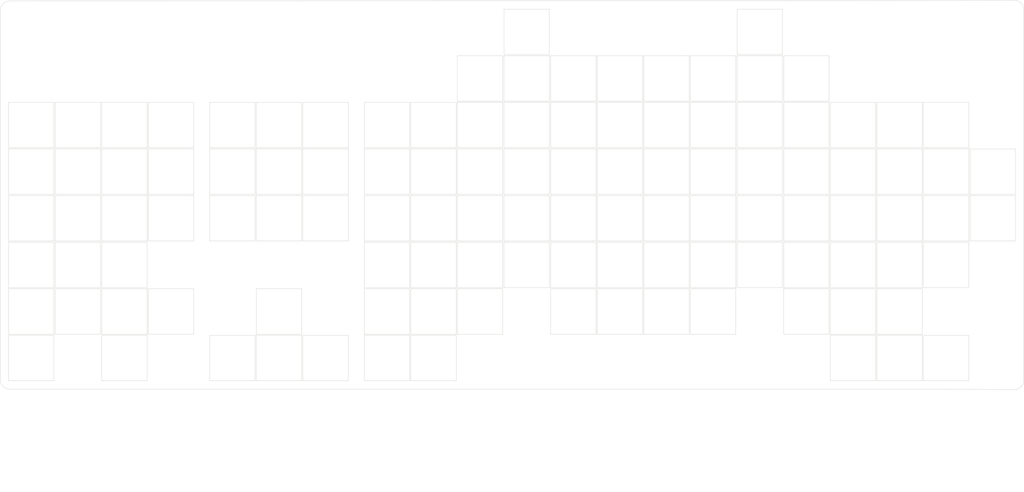
<source format=kicad_pcb>
(kicad_pcb
	(version 20240108)
	(generator "pcbnew")
	(generator_version "8.0")
	(general
		(thickness 1.6)
		(legacy_teardrops no)
	)
	(paper "User" 508 279.4)
	(title_block
		(title "stagger")
		(rev "v1.0.0")
		(company "Unknown")
	)
	(layers
		(0 "F.Cu" signal)
		(31 "B.Cu" signal)
		(32 "B.Adhes" user "B.Adhesive")
		(33 "F.Adhes" user "F.Adhesive")
		(34 "B.Paste" user)
		(35 "F.Paste" user)
		(36 "B.SilkS" user "B.Silkscreen")
		(37 "F.SilkS" user "F.Silkscreen")
		(38 "B.Mask" user)
		(39 "F.Mask" user)
		(40 "Dwgs.User" user "User.Drawings")
		(41 "Cmts.User" user "User.Comments")
		(42 "Eco1.User" user "User.Eco1")
		(43 "Eco2.User" user "User.Eco2")
		(44 "Edge.Cuts" user)
		(45 "Margin" user)
		(46 "B.CrtYd" user "B.Courtyard")
		(47 "F.CrtYd" user "F.Courtyard")
		(48 "B.Fab" user)
		(49 "F.Fab" user)
	)
	(setup
		(pad_to_mask_clearance 0.05)
		(allow_soldermask_bridges_in_footprints no)
		(pcbplotparams
			(layerselection 0x00010fc_ffffffff)
			(plot_on_all_layers_selection 0x0000000_00000000)
			(disableapertmacros no)
			(usegerberextensions no)
			(usegerberattributes yes)
			(usegerberadvancedattributes yes)
			(creategerberjobfile yes)
			(dashed_line_dash_ratio 12.000000)
			(dashed_line_gap_ratio 3.000000)
			(svgprecision 4)
			(plotframeref no)
			(viasonmask no)
			(mode 1)
			(useauxorigin no)
			(hpglpennumber 1)
			(hpglpenspeed 20)
			(hpglpendiameter 15.000000)
			(pdf_front_fp_property_popups yes)
			(pdf_back_fp_property_popups yes)
			(dxfpolygonmode yes)
			(dxfimperialunits yes)
			(dxfusepcbnewfont yes)
			(psnegative no)
			(psa4output no)
			(plotreference yes)
			(plotvalue yes)
			(plotfptext yes)
			(plotinvisibletext no)
			(sketchpadsonfab no)
			(subtractmaskfromsilk no)
			(outputformat 1)
			(mirror no)
			(drillshape 1)
			(scaleselection 1)
			(outputdirectory "")
		)
	)
	(net 0 "")
	(gr_line
		(start 230.75 125.5)
		(end 230.75 107)
		(stroke
			(width 0.15)
			(type solid)
		)
		(layer "Edge.Cuts")
		(uuid "00107bd8-befb-441f-9fdc-4404a5fe4558")
	)
	(gr_line
		(start 86.25 107)
		(end 86.25 125.5)
		(stroke
			(width 0.15)
			(type solid)
		)
		(layer "Edge.Cuts")
		(uuid "0014b8a2-f80f-4cb2-a57f-df577ea16af1")
	)
	(gr_line
		(start 440.25 107)
		(end 440.25 125.5)
		(stroke
			(width 0.15)
			(type solid)
		)
		(layer "Edge.Cuts")
		(uuid "006c490b-39a5-405d-944a-0f3b68b0b4cb")
	)
	(gr_line
		(start 249.75 69)
		(end 231.25 69)
		(stroke
			(width 0.15)
			(type solid)
		)
		(layer "Edge.Cuts")
		(uuid "006fb248-fc12-47cf-bcd6-d2a80692855b")
	)
	(gr_line
		(start 421.25 88)
		(end 421.25 106.5)
		(stroke
			(width 0.15)
			(type solid)
		)
		(layer "Edge.Cuts")
		(uuid "007d47cc-2c42-40a3-aa93-0e1373784dbc")
	)
	(gr_line
		(start 104.75 201.5)
		(end 104.75 183)
		(stroke
			(width 0.15)
			(type solid)
		)
		(layer "Edge.Cuts")
		(uuid "00dcbf4f-63a6-4027-9f07-e0d2f7d4ea49")
	)
	(gr_line
		(start 439.75 163.5)
		(end 439.75 145)
		(stroke
			(width 0.15)
			(type solid)
		)
		(layer "Edge.Cuts")
		(uuid "01d87c03-6f8f-451b-8cd3-41d073f8a3a2")
	)
	(gr_line
		(start 48.25 182.5)
		(end 66.75 182.5)
		(stroke
			(width 0.15)
			(type solid)
		)
		(layer "Edge.Cuts")
		(uuid "01e1cb41-cd3b-413d-ae4e-52b2c3535146")
	)
	(gr_line
		(start 186.75 107)
		(end 168.25 107)
		(stroke
			(width 0.15)
			(type solid)
		)
		(layer "Edge.Cuts")
		(uuid "020c74ac-858d-4634-9a09-79bae8812c84")
	)
	(gr_line
		(start 420.75 125.5)
		(end 420.75 107)
		(stroke
			(width 0.15)
			(type solid)
		)
		(layer "Edge.Cuts")
		(uuid "02497e50-7f57-4494-8836-ab5506817acb")
	)
	(gr_line
		(start 401.75 106.5)
		(end 401.75 88)
		(stroke
			(width 0.15)
			(type solid)
		)
		(layer "Edge.Cuts")
		(uuid "036bce8b-3bbb-487e-a8d5-76be2c25b7fa")
	)
	(gr_line
		(start 250.25 144.5)
		(end 268.75 144.5)
		(stroke
			(width 0.15)
			(type solid)
		)
		(layer "Edge.Cuts")
		(uuid "043fb23f-a0a3-4f70-9d5c-34f3e2f7d245")
	)
	(gr_line
		(start 48.25 183)
		(end 48.25 201.5)
		(stroke
			(width 0.15)
			(type solid)
		)
		(layer "Edge.Cuts")
		(uuid "04c99ecc-146c-4b49-907e-1070e2be585a")
	)
	(gr_line
		(start 345.25 50)
		(end 345.25 68.5)
		(stroke
			(width 0.15)
			(type solid)
		)
		(layer "Edge.Cuts")
		(uuid "04cdde54-218c-40f1-bb71-a2fab82e919c")
	)
	(gr_line
		(start 250.25 145)
		(end 250.25 163.5)
		(stroke
			(width 0.15)
			(type solid)
		)
		(layer "Edge.Cuts")
		(uuid "051fb798-a33d-44dd-97a1-8dd01412e991")
	)
	(gr_line
		(start 66.75 126)
		(end 48.25 126)
		(stroke
			(width 0.15)
			(type solid)
		)
		(layer "Edge.Cuts")
		(uuid "059cb60b-abfe-4fe7-a371-467c26df8d5c")
	)
	(gr_line
		(start 67.25 182.5)
		(end 85.75 182.5)
		(stroke
			(width 0.15)
			(type solid)
		)
		(layer "Edge.Cuts")
		(uuid "079d73b9-9b44-4e09-9513-d497026a257c")
	)
	(gr_line
		(start 168.25 126)
		(end 168.25 144.5)
		(stroke
			(width 0.15)
			(type solid)
		)
		(layer "Edge.Cuts")
		(uuid "083f76d2-c269-43fd-b9e8-1e66eaa92974")
	)
	(gr_line
		(start 421.25 201.5)
		(end 439.75 201.5)
		(stroke
			(width 0.15)
			(type solid)
		)
		(layer "Edge.Cuts")
		(uuid "09402ccf-09fd-422d-93c9-e47669f60fcf")
	)
	(gr_line
		(start 104.75 145)
		(end 86.25 145)
		(stroke
			(width 0.15)
			(type solid)
		)
		(layer "Edge.Cuts")
		(uuid "0940c980-ad7b-4055-8934-ff3cf61f9b36")
	)
	(gr_line
		(start 130.25 126)
		(end 130.25 144.5)
		(stroke
			(width 0.15)
			(type solid)
		)
		(layer "Edge.Cuts")
		(uuid "09ac44e1-f764-415a-8a9e-4c29cf1e252e")
	)
	(gr_line
		(start 104.75 107)
		(end 86.25 107)
		(stroke
			(width 0.15)
			(type solid)
		)
		(layer "Edge.Cuts")
		(uuid "0a5de361-2311-4bb9-928f-244b2c73c7fb")
	)
	(gr_line
		(start 230.75 163.5)
		(end 230.75 145)
		(stroke
			(width 0.15)
			(type solid)
		)
		(layer "Edge.Cuts")
		(uuid "0a73d09c-81a9-4ceb-9f87-ec3a682d421b")
	)
	(gr_line
		(start 67.25 88)
		(end 67.25 106.5)
		(stroke
			(width 0.15)
			(type solid)
		)
		(layer "Edge.Cuts")
		(uuid "0abcf8f9-2d7f-4f40-bd6b-4fe7a2f7796a")
	)
	(gr_line
		(start 458.75 125.5)
		(end 458.75 107)
		(stroke
			(width 0.15)
			(type solid)
		)
		(layer "Edge.Cuts")
		(uuid "0af759a4-44e8-4643-b159-d4054ac97730")
	)
	(gr_line
		(start 211.75 201.5)
		(end 211.75 183)
		(stroke
			(width 0.15)
			(type solid)
		)
		(layer "Edge.Cuts")
		(uuid "0aff98fe-fc8f-4ff2-86f1-b6f2cd35ec48")
	)
	(gr_line
		(start 104.75 88)
		(end 86.25 88)
		(stroke
			(width 0.15)
			(type solid)
		)
		(layer "Edge.Cuts")
		(uuid "0b20da05-76e5-4b90-80da-d66ecd371ca9")
	)
	(gr_line
		(start 325.75 163.5)
		(end 325.75 145)
		(stroke
			(width 0.15)
			(type solid)
		)
		(layer "Edge.Cuts")
		(uuid "0bce9cd0-656e-4a9d-997e-a8865a6ae8d7")
	)
	(gr_line
		(start 268.75 68.5)
		(end 268.75 50)
		(stroke
			(width 0.15)
			(type solid)
		)
		(layer "Edge.Cuts")
		(uuid "0c078fbb-5419-4a7c-a3a6-19aab5a6c92a")
	)
	(gr_line
		(start 67.25 145)
		(end 67.25 163.5)
		(stroke
			(width 0.15)
			(type solid)
		)
		(layer "Edge.Cuts")
		(uuid "0c627b5a-2e28-4354-a9f5-9d055a40091d")
	)
	(gr_line
		(start 167.75 125.5)
		(end 167.75 107)
		(stroke
			(width 0.15)
			(type solid)
		)
		(layer "Edge.Cuts")
		(uuid "0c7d0387-401b-4ea9-85c5-17b2a1c9cd65")
	)
	(gr_line
		(start 287.75 164)
		(end 269.25 164)
		(stroke
			(width 0.15)
			(type solid)
		)
		(layer "Edge.Cuts")
		(uuid "0cb3f79a-fbe4-4996-82ac-d032bd4977a6")
	)
	(gr_line
		(start 268.75 87.5)
		(end 268.75 69)
		(stroke
			(width 0.15)
			(type solid)
		)
		(layer "Edge.Cuts")
		(uuid "0d0c974c-94cf-4751-bc3a-9848dce32271")
	)
	(gr_line
		(start 306.75 107)
		(end 288.25 107)
		(stroke
			(width 0.15)
			(type solid)
		)
		(layer "Edge.Cuts")
		(uuid "0d3c8ad3-975a-4b8a-bdab-50b2e4c1cadb")
	)
	(gr_line
		(start 363.75 125.5)
		(end 363.75 107)
		(stroke
			(width 0.15)
			(type solid)
		)
		(layer "Edge.Cuts")
		(uuid "0d6efc80-6573-4bc3-b89b-69a638061098")
	)
	(gr_line
		(start 269.25 69)
		(end 269.25 87.5)
		(stroke
			(width 0.15)
			(type solid)
		)
		(layer "Edge.Cuts")
		(uuid "0f440805-254d-4ab1-ac5e-0ef337548ba1")
	)
	(gr_line
		(start 230.75 126)
		(end 212.25 126)
		(stroke
			(width 0.15)
			(type solid)
		)
		(layer "Edge.Cuts")
		(uuid "100fdc5e-affe-40f8-be0b-3fc8e4fde267")
	)
	(gr_line
		(start 401.75 163.5)
		(end 401.75 145)
		(stroke
			(width 0.15)
			(type solid)
		)
		(layer "Edge.Cuts")
		(uuid "107ba023-7dd7-4122-8642-3bec54b67cab")
	)
	(gr_line
		(start 86.25 183)
		(end 86.25 201.5)
		(stroke
			(width 0.15)
			(type solid)
		)
		(layer "Edge.Cuts")
		(uuid "10fcc756-184f-47e1-b1cd-2e515b7e1327")
	)
	(gr_line
		(start 288.25 145)
		(end 288.25 163.5)
		(stroke
			(width 0.15)
			(type solid)
		)
		(layer "Edge.Cuts")
		(uuid "111e553e-f40a-4700-9207-bc24b0a0bdd2")
	)
	(gr_line
		(start 250.25 88)
		(end 250.25 106.5)
		(stroke
			(width 0.15)
			(type solid)
		)
		(layer "Edge.Cuts")
		(uuid "119c37c8-eaa9-43a1-95a8-143f12cb721d")
	)
	(gr_line
		(start 85.75 88)
		(end 67.25 88)
		(stroke
			(width 0.15)
			(type solid)
		)
		(layer "Edge.Cuts")
		(uuid "12610645-e44c-4e0f-a4e2-e76f0201a6e5")
	)
	(gr_line
		(start 193.25 183)
		(end 193.25 201.5)
		(stroke
			(width 0.15)
			(type solid)
		)
		(layer "Edge.Cuts")
		(uuid "129d9a9b-ad4d-4048-9c5f-7bbd673a8e62")
	)
	(gr_line
		(start 85.75 182.5)
		(end 85.75 164)
		(stroke
			(width 0.15)
			(type solid)
		)
		(layer "Edge.Cuts")
		(uuid "129e50aa-9c92-4c32-bfbf-d6740d6b23fc")
	)
	(gr_line
		(start 344.75 107)
		(end 326.25 107)
		(stroke
			(width 0.15)
			(type solid)
		)
		(layer "Edge.Cuts")
		(uuid "13060610-1945-48ab-9019-2e8e990ea273")
	)
	(gr_line
		(start 149.25 125.5)
		(end 167.75 125.5)
		(stroke
			(width 0.15)
			(type solid)
		)
		(layer "Edge.Cuts")
		(uuid "1371418f-ed63-4969-b3b7-6804c99e353c")
	)
	(gr_line
		(start 186.75 183)
		(end 168.25 183)
		(stroke
			(width 0.15)
			(type solid)
		)
		(layer "Edge.Cuts")
		(uuid "143702d1-ad6f-4974-8a40-04953f29bf27")
	)
	(gr_line
		(start 212.25 106.5)
		(end 230.75 106.5)
		(stroke
			(width 0.15)
			(type solid)
		)
		(layer "Edge.Cuts")
		(uuid "1463bbaa-3689-48f6-8e6b-1918c23ab52d")
	)
	(gr_line
		(start 269.25 182.5)
		(end 287.75 182.5)
		(stroke
			(width 0.15)
			(type solid)
		)
		(layer "Edge.Cuts")
		(uuid "14c717d5-0ac0-448e-95bb-918a27e5c841")
	)
	(gr_line
		(start 345.25 125.5)
		(end 363.75 125.5)
		(stroke
			(width 0.15)
			(type solid)
		)
		(layer "Edge.Cuts")
		(uuid "15a1137d-b824-4575-8357-f9500c5f09da")
	)
	(gr_line
		(start 211.75 164)
		(end 193.25 164)
		(stroke
			(width 0.15)
			(type solid)
		)
		(layer "Edge.Cuts")
		(uuid "162f3d34-4b26-456a-903a-0e26c24ff39d")
	)
	(gr_line
		(start 421.25 145)
		(end 421.25 163.5)
		(stroke
			(width 0.15)
			(type solid)
		)
		(layer "Edge.Cuts")
		(uuid "16e28b42-c1cf-4a68-b82b-6d07a37260d7")
	)
	(gr_line
		(start 105.25 164)
		(end 105.25 182.5)
		(stroke
			(width 0.15)
			(type solid)
		)
		(layer "Edge.Cuts")
		(uuid "1707660d-bb19-4247-a467-07ba9d051a93")
	)
	(gr_line
		(start 401.75 201.5)
		(end 401.75 183)
		(stroke
			(width 0.15)
			(type solid)
		)
		(layer "Edge.Cuts")
		(uuid "176b42ef-ade5-47cb-9298-7a9934b251f3")
	)
	(gr_line
		(start 269.25 88)
		(end 269.25 106.5)
		(stroke
			(width 0.15)
			(type solid)
		)
		(layer "Edge.Cuts")
		(uuid "190812bb-d49e-4e69-ba4b-17d79614cf3c")
	)
	(gr_line
		(start 421.25 163.5)
		(end 439.75 163.5)
		(stroke
			(width 0.15)
			(type solid)
		)
		(layer "Edge.Cuts")
		(uuid "1926bd47-19b9-4f23-9b9e-4b3221508aff")
	)
	(gr_line
		(start 85.75 107)
		(end 67.25 107)
		(stroke
			(width 0.15)
			(type solid)
		)
		(layer "Edge.Cuts")
		(uuid "192e513b-bbcb-49d2-a9f4-b546f18a2b4a")
	)
	(gr_arc
		(start 367.1557 46.599984)
		(mid 367.150016 46.599996)
		(end 367.144332 46.6)
		(stroke
			(width 0.15)
			(type solid)
		)
		(layer "Edge.Cuts")
		(uuid "19cf8ce5-e523-4911-8b04-03c18a47a129")
	)
	(gr_line
		(start 86.25 145)
		(end 86.25 163.5)
		(stroke
			(width 0.15)
			(type solid)
		)
		(layer "Edge.Cuts")
		(uuid "1a225154-5afe-4553-9d3f-a4c530404a0b")
	)
	(gr_arc
		(start 48.85 204.9)
		(mid 46.021573 203.728427)
		(end 44.85 200.9)
		(stroke
			(width 0.15)
			(type solid)
		)
		(layer "Edge.Cuts")
		(uuid "1a38937b-7f55-4901-85dc-7b14185d422f")
	)
	(gr_line
		(start 249.75 163.5)
		(end 249.75 145)
		(stroke
			(width 0.15)
			(type solid)
		)
		(layer "Edge.Cuts")
		(uuid "1c012459-d0ae-4052-bda8-812b437c34d4")
	)
	(gr_line
		(start 149.25 106.5)
		(end 167.75 106.5)
		(stroke
			(width 0.15)
			(type solid)
		)
		(layer "Edge.Cuts")
		(uuid "1c19f626-4488-4739-8187-c6f6a62c9266")
	)
	(gr_arc
		(start 246.849596 46.6)
		(mid 246.850091 46.6)
		(end 246.850586 46.6)
		(stroke
			(width 0.15)
			(type solid)
		)
		(layer "Edge.Cuts")
		(uuid "1cc778b0-c8b1-4475-9a82-c38c88867d3a")
	)
	(gr_line
		(start 420.75 145)
		(end 402.25 145)
		(stroke
			(width 0.15)
			(type solid)
		)
		(layer "Edge.Cuts")
		(uuid "1ce78766-d24a-42ea-bf57-c12556edc951")
	)
	(gr_line
		(start 439.75 107)
		(end 421.25 107)
		(stroke
			(width 0.15)
			(type solid)
		)
		(layer "Edge.Cuts")
		(uuid "1d743a46-7bee-4089-9724-4aaa808de347")
	)
	(gr_line
		(start 250.25 87.5)
		(end 268.75 87.5)
		(stroke
			(width 0.15)
			(type solid)
		)
		(layer "Edge.Cuts")
		(uuid "1d868fec-7ac9-41f2-a7f0-cf0ded162adf")
	)
	(gr_line
		(start 345.25 144.5)
		(end 363.75 144.5)
		(stroke
			(width 0.15)
			(type solid)
		)
		(layer "Edge.Cuts")
		(uuid "1fbfb44a-6838-427b-8fd7-aee3496bf085")
	)
	(gr_line
		(start 86.25 106.5)
		(end 104.75 106.5)
		(stroke
			(width 0.15)
			(type solid)
		)
		(layer "Edge.Cuts")
		(uuid "1ffbfa98-9b9c-4444-bf69-c37fd2c0ab02")
	)
	(gr_line
		(start 167.75 201.5)
		(end 167.75 183)
		(stroke
			(width 0.15)
			(type solid)
		)
		(layer "Edge.Cuts")
		(uuid "201a4fd5-00c9-4a5c-a6ff-b2eaabb60529")
	)
	(gr_line
		(start 325.75 164)
		(end 307.25 164)
		(stroke
			(width 0.15)
			(type solid)
		)
		(layer "Edge.Cuts")
		(uuid "203b166d-d93a-46d9-814f-910bc1fa9802")
	)
	(gr_line
		(start 345.25 87.5)
		(end 363.75 87.5)
		(stroke
			(width 0.15)
			(type solid)
		)
		(layer "Edge.Cuts")
		(uuid "20e994b2-2b1a-4f99-a13f-94fdf9ad8ad0")
	)
	(gr_line
		(start 382.75 126)
		(end 364.25 126)
		(stroke
			(width 0.15)
			(type solid)
		)
		(layer "Edge.Cuts")
		(uuid "20f36909-3b93-4c64-bee4-2cca5f9298e0")
	)
	(gr_line
		(start 212.25 201.5)
		(end 230.75 201.5)
		(stroke
			(width 0.15)
			(type solid)
		)
		(layer "Edge.Cuts")
		(uuid "242e0a08-211c-4e93-808b-3dded8f6a0e6")
	)
	(gr_line
		(start 186.75 125.5)
		(end 186.75 107)
		(stroke
			(width 0.15)
			(type solid)
		)
		(layer "Edge.Cuts")
		(uuid "25487d9f-ebb7-4f0d-891a-c326b47c39ce")
	)
	(gr_line
		(start 48.25 126)
		(end 48.25 144.5)
		(stroke
			(width 0.15)
			(type solid)
		)
		(layer "Edge.Cuts")
		(uuid "257023ae-be78-49c4-8c55-3f0c9c62b4a9")
	)
	(gr_line
		(start 325.75 69)
		(end 307.25 69)
		(stroke
			(width 0.15)
			(type solid)
		)
		(layer "Edge.Cuts")
		(uuid "25bb5fe8-f7ea-4c5f-9007-b9157fc7927f")
	)
	(gr_line
		(start 66.75 145)
		(end 48.25 145)
		(stroke
			(width 0.15)
			(type solid)
		)
		(layer "Edge.Cuts")
		(uuid "2660c124-d608-4b9d-9653-1f36574fa3d1")
	)
	(gr_line
		(start 250.25 125.5)
		(end 268.75 125.5)
		(stroke
			(width 0.15)
			(type solid)
		)
		(layer "Edge.Cuts")
		(uuid "26b6d505-8e5d-462e-ac7f-34c75d417886")
	)
	(gr_line
		(start 105.25 182.5)
		(end 123.75 182.5)
		(stroke
			(width 0.15)
			(type solid)
		)
		(layer "Edge.Cuts")
		(uuid "26f6a510-48e5-4413-8010-9eff96e69206")
	)
	(gr_line
		(start 186.75 144.5)
		(end 186.75 126)
		(stroke
			(width 0.15)
			(type solid)
		)
		(layer "Edge.Cuts")
		(uuid "27f36e0a-760d-4b12-8d17-23a67d3b088d")
	)
	(gr_line
		(start 325.75 126)
		(end 307.25 126)
		(stroke
			(width 0.15)
			(type solid)
		)
		(layer "Edge.Cuts")
		(uuid "281cb213-2bb7-41af-a356-7b5439a82e2b")
	)
	(gr_line
		(start 130.25 125.5)
		(end 148.75 125.5)
		(stroke
			(width 0.15)
			(type solid)
		)
		(layer "Edge.Cuts")
		(uuid "28213e7f-1154-491d-9416-bebd01abc1d1")
	)
	(gr_line
		(start 402.25 107)
		(end 402.25 125.5)
		(stroke
			(width 0.15)
			(type solid)
		)
		(layer "Edge.Cuts")
		(uuid "29155c2c-5205-4231-b4ac-2cf17cb61231")
	)
	(gr_line
		(start 211.75 107)
		(end 193.25 107)
		(stroke
			(width 0.15)
			(type solid)
		)
		(layer "Edge.Cuts")
		(uuid "2964ea83-d32c-4cc4-a219-c9a735bfc0cd")
	)
	(gr_line
		(start 167.75 183)
		(end 149.25 183)
		(stroke
			(width 0.15)
			(type solid)
		)
		(layer "Edge.Cuts")
		(uuid "2990560f-3a67-4800-865f-56052f26a9be")
	)
	(gr_line
		(start 85.75 145)
		(end 67.25 145)
		(stroke
			(width 0.15)
			(type solid)
		)
		(layer "Edge.Cuts")
		(uuid "2a428908-ed26-4a6f-afaf-15be52db9634")
	)
	(gr_line
		(start 66.75 201.5)
		(end 66.75 183)
		(stroke
			(width 0.15)
			(type solid)
		)
		(layer "Edge.Cuts")
		(uuid "2ac55ef0-25be-47fd-8faf-b67b744fd5f6")
	)
	(gr_line
		(start 193.25 88)
		(end 193.25 106.5)
		(stroke
			(width 0.15)
			(type solid)
		)
		(layer "Edge.Cuts")
		(uuid "2b03854f-2b40-4beb-9760-a280dedc724f")
	)
	(gr_line
		(start 421.25 183)
		(end 421.25 201.5)
		(stroke
			(width 0.15)
			(type solid)
		)
		(layer "Edge.Cuts")
		(uuid "2b74b0fc-558a-4474-a75a-dd454755bb92")
	)
	(gr_line
		(start 250.25 50)
		(end 250.25 68.5)
		(stroke
			(width 0.15)
			(type solid)
		)
		(layer "Edge.Cuts")
		(uuid "2dc74871-8644-4ff8-bd56-f7cebb099c7f")
	)
	(gr_line
		(start 104.75 144.5)
		(end 104.75 126)
		(stroke
			(width 0.15)
			(type solid)
		)
		(layer "Edge.Cuts")
		(uuid "2df66b36-ed44-4b22-9077-3c37b0158052")
	)
	(gr_line
		(start 307.25 163.5)
		(end 325.75 163.5)
		(stroke
			(width 0.15)
			(type solid)
		)
		(layer "Edge.Cuts")
		(uuid "2e386c77-9d71-4d6e-a5bf-bcd76c578be0")
	)
	(gr_line
		(start 401.75 182.5)
		(end 401.75 164)
		(stroke
			(width 0.15)
			(type solid)
		)
		(layer "Edge.Cuts")
		(uuid "301bbd66-dc49-4f38-bb1f-4b33ef7465f8")
	)
	(gr_line
		(start 193.25 126)
		(end 193.25 144.5)
		(stroke
			(width 0.15)
			(type solid)
		)
		(layer "Edge.Cuts")
		(uuid "30f2bb78-53f2-4c4d-931f-3a0bf0eef8c6")
	)
	(gr_line
		(start 420.75 106.5)
		(end 420.75 88)
		(stroke
			(width 0.15)
			(type solid)
		)
		(layer "Edge.Cuts")
		(uuid "31b95fbf-81ac-4be3-9d87-d19d2302fb0f")
	)
	(gr_line
		(start 230.75 107)
		(end 212.25 107)
		(stroke
			(width 0.15)
			(type solid)
		)
		(layer "Edge.Cuts")
		(uuid "326d8e69-9991-49c2-b89e-807270f2ee94")
	)
	(gr_line
		(start 344.75 164)
		(end 326.25 164)
		(stroke
			(width 0.15)
			(type solid)
		)
		(layer "Edge.Cuts")
		(uuid "32c3be86-f4c9-4f85-a3ad-9de5e1bcf0a9")
	)
	(gr_line
		(start 268.75 106.5)
		(end 268.75 88)
		(stroke
			(width 0.15)
			(type solid)
		)
		(layer "Edge.Cuts")
		(uuid "345ab208-b49b-4d8a-aa6a-9fa4685cd7f7")
	)
	(gr_line
		(start 212.25 145)
		(end 212.25 163.5)
		(stroke
			(width 0.15)
			(type solid)
		)
		(layer "Edge.Cuts")
		(uuid "346777e9-6fd2-4711-9c49-e8f523d2ae71")
	)
	(gr_line
		(start 401.75 125.5)
		(end 401.75 107)
		(stroke
			(width 0.15)
			(type solid)
		)
		(layer "Edge.Cuts")
		(uuid "3541d912-fb03-4c98-80e6-f786ca595208")
	)
	(gr_line
		(start 250.25 107)
		(end 250.25 125.5)
		(stroke
			(width 0.15)
			(type solid)
		)
		(layer "Edge.Cuts")
		(uuid "3668e44c-04bf-4053-834e-fc4a9fa97095")
	)
	(gr_line
		(start 104.75 106.5)
		(end 104.75 88)
		(stroke
			(width 0.15)
			(type solid)
		)
		(layer "Edge.Cuts")
		(uuid "369f04c4-f2c2-414f-8e5c-9985203ce90f")
	)
	(gr_line
		(start 401.75 107)
		(end 383.25 107)
		(stroke
			(width 0.15)
			(type solid)
		)
		(layer "Edge.Cuts")
		(uuid "36c1acf9-eb8e-405b-b52c-01176945036a")
	)
	(gr_line
		(start 193.25 107)
		(end 193.25 125.5)
		(stroke
			(width 0.15)
			(type solid)
		)
		(layer "Edge.Cuts")
		(uuid "3732a7c1-8dee-46ee-bde4-9bf9f15e8ede")
	)
	(gr_line
		(start 287.75 145)
		(end 269.25 145)
		(stroke
			(width 0.15)
			(type solid)
		)
		(layer "Edge.Cuts")
		(uuid "37b9f367-14e9-4e86-9909-2e57d67d5911")
	)
	(gr_line
		(start 364.25 107)
		(end 364.25 125.5)
		(stroke
			(width 0.15)
			(type solid)
		)
		(layer "Edge.Cuts")
		(uuid "37c07f83-f303-4786-a85e-0f5291dff3f5")
	)
	(gr_line
		(start 212.25 163.5)
		(end 230.75 163.5)
		(stroke
			(width 0.15)
			(type solid)
		)
		(layer "Edge.Cuts")
		(uuid "37c4fc05-3a8e-4142-ac92-b82761d07f93")
	)
	(gr_line
		(start 383.25 182.5)
		(end 401.75 182.5)
		(stroke
			(width 0.15)
			(type solid)
		)
		(layer "Edge.Cuts")
		(uuid "37f54bef-d636-41ac-b2ba-0641c973d3aa")
	)
	(gr_line
		(start 268.75 163.5)
		(end 268.75 145)
		(stroke
			(width 0.15)
			(type solid)
		)
		(layer "Edge.Cuts")
		(uuid "390d621e-4a74-47b7-bceb-068f288b4291")
	)
	(gr_line
		(start 231.25 182.5)
		(end 249.75 182.5)
		(stroke
			(width 0.15)
			(type solid)
		)
		(layer "Edge.Cuts")
		(uuid "39537277-49e9-49fe-a890-1ab3ee2167fa")
	)
	(gr_line
		(start 420.75 164)
		(end 402.25 164)
		(stroke
			(width 0.15)
			(type solid)
		)
		(layer "Edge.Cuts")
		(uuid "3b7dfdce-5c00-4e53-946b-3586139871bb")
	)
	(gr_line
		(start 130.25 88)
		(end 130.25 106.5)
		(stroke
			(width 0.15)
			(type solid)
		)
		(layer "Edge.Cuts")
		(uuid "3b86378b-725c-4401-9fb2-a36d556e7bf5")
	)
	(gr_line
		(start 326.25 125.5)
		(end 344.75 125.5)
		(stroke
			(width 0.15)
			(type solid)
		)
		(layer "Edge.Cuts")
		(uuid "3bd86dd0-c95f-4dd2-b64a-a8ee1a9fe526")
	)
	(gr_line
		(start 382.75 145)
		(end 364.25 145)
		(stroke
			(width 0.15)
			(type solid)
		)
		(layer "Edge.Cuts")
		(uuid "3be3fd67-a6d1-41c1-892c-ddc5f1a5328d")
	)
	(gr_line
		(start 439.75 88)
		(end 421.25 88)
		(stroke
			(width 0.15)
			(type solid)
		)
		(layer "Edge.Cuts")
		(uuid "3c0a9fd8-f352-4685-830d-096c351bfd0a")
	)
	(gr_line
		(start 211.75 125.5)
		(end 211.75 107)
		(stroke
			(width 0.15)
			(type solid)
		)
		(layer "Edge.Cuts")
		(uuid "3d15629a-70c5-4b8b-91b0-4a24fd0781ab")
	)
	(gr_line
		(start 307.25 182.5)
		(end 325.75 182.5)
		(stroke
			(width 0.15)
			(type solid)
		)
		(layer "Edge.Cuts")
		(uuid "3d427302-16ec-45a3-a021-f9d5afac3d11")
	)
	(gr_line
		(start 186.75 126)
		(end 168.25 126)
		(stroke
			(width 0.15)
			(type solid)
		)
		(layer "Edge.Cuts")
		(uuid "3e21a8d5-2756-4f25-afb3-a14e6c4670c4")
	)
	(gr_line
		(start 306.75 69)
		(end 288.25 69)
		(stroke
			(width 0.15)
			(type solid)
		)
		(layer "Edge.Cuts")
		(uuid "3e2641ba-d130-4506-b603-2b4f1e91db82")
	)
	(gr_line
		(start 382.75 164)
		(end 364.25 164)
		(stroke
			(width 0.15)
			(type solid)
		)
		(layer "Edge.Cuts")
		(uuid "3f4bd3d2-42b6-4b76-801a-0144eed6dcf4")
	)
	(gr_line
		(start 326.25 87.5)
		(end 344.75 87.5)
		(stroke
			(width 0.15)
			(type solid)
		)
		(layer "Edge.Cuts")
		(uuid "414f8513-5ea3-4d75-bfa9-82aeb62155a2")
	)
	(gr_line
		(start 439.75 106.5)
		(end 439.75 88)
		(stroke
			(width 0.15)
			(type solid)
		)
		(layer "Edge.Cuts")
		(uuid "42992b11-1a9c-4b8f-b466-4f9e626a94e7")
	)
	(gr_line
		(start 193.25 106.5)
		(end 211.75 106.5)
		(stroke
			(width 0.15)
			(type solid)
		)
		(layer "Edge.Cuts")
		(uuid "437e38a3-d104-42bb-b97c-aa6ec856b171")
	)
	(gr_line
		(start 402.25 164)
		(end 402.25 182.5)
		(stroke
			(width 0.15)
			(type solid)
		)
		(layer "Edge.Cuts")
		(uuid "43ddce1e-dc5c-401b-8be9-667f2f43fb1e")
	)
	(gr_line
		(start 383.25 125.5)
		(end 401.75 125.5)
		(stroke
			(width 0.15)
			(type solid)
		)
		(layer "Edge.Cuts")
		(uuid "44ae5906-8122-433c-998e-6098fc988843")
	)
	(gr_line
		(start 307.25 164)
		(end 307.25 182.5)
		(stroke
			(width 0.15)
			(type solid)
		)
		(layer "Edge.Cuts")
		(uuid "44b97d81-a044-41ba-b376-1f16bebd0445")
	)
	(gr_line
		(start 307.25 87.5)
		(end 325.75 87.5)
		(stroke
			(width 0.15)
			(type solid)
		)
		(layer "Edge.Cuts")
		(uuid "45c8f35c-10d1-499c-88cb-2114ad7d7f33")
	)
	(gr_line
		(start 230.75 201.5)
		(end 230.75 183)
		(stroke
			(width 0.15)
			(type solid)
		)
		(layer "Edge.Cuts")
		(uuid "45f1de4e-bd56-42ca-85c6-5db0e6552277")
	)
	(gr_line
		(start 149.25 107)
		(end 149.25 125.5)
		(stroke
			(width 0.15)
			(type solid)
		)
		(layer "Edge.Cuts")
		(uuid "460dc201-d39d-4e95-b3e4-162601db3f85")
	)
	(gr_line
		(start 402.25 126)
		(end 402.25 144.5)
		(stroke
			(width 0.15)
			(type solid)
		)
		(layer "Edge.Cuts")
		(uuid "467184d7-7ea2-4681-8fde-b6aed5a05a4b")
	)
	(gr_line
		(start 149.25 164)
		(end 149.25 182.5)
		(stroke
			(width 0.15)
			(type solid)
		)
		(layer "Edge.Cuts")
		(uuid "467d1988-657c-4853-ab9f-c3ef85338a78")
	)
	(gr_line
		(start 345.25 126)
		(end 345.25 144.5)
		(stroke
			(width 0.15)
			(type solid)
		)
		(layer "Edge.Cuts")
		(uuid "46e7398b-10a0-4e29-a52d-7a39694735d0")
	)
	(gr_line
		(start 383.25 88)
		(end 383.25 106.5)
		(stroke
			(width 0.15)
			(type solid)
		)
		(layer "Edge.Cuts")
		(uuid "478627b8-b690-4d8b-b9dd-a429e6c324eb")
	)
	(gr_line
		(start 168.25 88)
		(end 168.25 106.5)
		(stroke
			(width 0.15)
			(type solid)
		)
		(layer "Edge.Cuts")
		(uuid "47a90413-61b3-4040-8cb0-985e2d9cdfea")
	)
	(gr_line
		(start 66.75 163.5)
		(end 66.75 145)
		(stroke
			(width 0.15)
			(type solid)
		)
		(layer "Edge.Cuts")
		(uuid "47ad3b9d-8844-4787-b998-83a4b54f6e8b")
	)
	(gr_line
		(start 123.75 126)
		(end 105.25 126)
		(stroke
			(width 0.15)
			(type solid)
		)
		(layer "Edge.Cuts")
		(uuid "47dd8be7-dabc-418b-8978-5b9d7eace536")
	)
	(gr_line
		(start 383.25 163.5)
		(end 401.75 163.5)
		(stroke
			(width 0.15)
			(type solid)
		)
		(layer "Edge.Cuts")
		(uuid "481b0ad7-40e2-44ec-851f-861b3fcd0678")
	)
	(gr_line
		(start 344.75 163.5)
		(end 344.75 145)
		(stroke
			(width 0.15)
			(type solid)
		)
		(layer "Edge.Cuts")
		(uuid "485b2745-f736-4a6f-a01a-f16a545a8582")
	)
	(gr_line
		(start 383.25 183)
		(end 383.25 201.5)
		(stroke
			(width 0.15)
			(type solid)
		)
		(layer "Edge.Cuts")
		(uuid "48fb97b0-1fc3-4455-90ff-fb5543669e85")
	)
	(gr_line
		(start 193.25 164)
		(end 193.25 182.5)
		(stroke
			(width 0.15)
			(type solid)
		)
		(layer "Edge.Cuts")
		(uuid "49358d8d-090c-4f5a-aef3-26c3cc8e63b2")
	)
	(gr_line
		(start 268.75 50)
		(end 250.25 50)
		(stroke
			(width 0.15)
			(type solid)
		)
		(layer "Edge.Cuts")
		(uuid "49390ee5-1437-42e6-a722-903b104b0675")
	)
	(gr_line
		(start 345.25 69)
		(end 345.25 87.5)
		(stroke
			(width 0.15)
			(type solid)
		)
		(layer "Edge.Cuts")
		(uuid "49af0e58-1125-4b8b-a18a-03dcec60239a")
	)
	(gr_line
		(start 325.75 144.5)
		(end 325.75 126)
		(stroke
			(width 0.15)
			(type solid)
		)
		(layer "Edge.Cuts")
		(uuid "4a7aff76-1d60-4e88-b77a-51a1df32979e")
	)
	(gr_line
		(start 211.75 88)
		(end 193.25 88)
		(stroke
			(width 0.15)
			(type solid)
		)
		(layer "Edge.Cuts")
		(uuid "4b903230-9d69-429e-85c4-1dc0d1fbf3f7")
	)
	(gr_line
		(start 325.75 106.5)
		(end 325.75 88)
		(stroke
			(width 0.15)
			(type solid)
		)
		(layer "Edge.Cuts")
		(uuid "4c3b4c07-e50a-49ca-93b5-5bd5c2aedea2")
	)
	(gr_line
		(start 104.75 126)
		(end 86.25 126)
		(stroke
			(width 0.15)
			(type solid)
		)
		(layer "Edge.Cuts")
		(uuid "4dab2ec7-6085-4b22-9c6d-5a344dc7986f")
	)
	(gr_line
		(start 439.75 145)
		(end 421.25 145)
		(stroke
			(width 0.15)
			(type solid)
		)
		(layer "Edge.Cuts")
		(uuid "4e63d8fd-97ac-47b3-bdc1-2677ee5325a4")
	)
	(gr_line
		(start 420.75 183)
		(end 402.25 183)
		(stroke
			(width 0.15)
			(type solid)
		)
		(layer "Edge.Cuts")
		(uuid "4eaccd8b-8c3c-4bb1-b6c7-c47256c1531c")
	)
	(gr_line
		(start 364.25 145)
		(end 364.25 163.5)
		(stroke
			(width 0.15)
			(type solid)
		)
		(layer "Edge.Cuts")
		(uuid "4f80872d-c5be-42a5-803f-9d3538484df9")
	)
	(gr_line
		(start 382.75 125.5)
		(end 382.75 107)
		(stroke
			(width 0.15)
			(type solid)
		)
		(layer "Edge.Cuts")
		(uuid "4fd2bde0-bf4a-4d72-8b5f-eaa510995012")
	)
	(gr_line
		(start 326.25 164)
		(end 326.25 182.5)
		(stroke
			(width 0.15)
			(type solid)
		)
		(layer "Edge.Cuts")
		(uuid "4fdce874-94d8-4fa9-a9f7-94b89b5a4f5f")
	)
	(gr_line
		(start 344.75 144.5)
		(end 344.75 126)
		(stroke
			(width 0.15)
			(type solid)
		)
		(layer "Edge.Cuts")
		(uuid "4ff48e47-f2c0-430f-9095-fbf74e89f1b8")
	)
	(gr_line
		(start 67.25 164)
		(end 67.25 182.5)
		(stroke
			(width 0.15)
			(type solid)
		)
		(layer "Edge.Cuts")
		(uuid "514507a7-d97a-4f85-b6a8-992c184c0de9")
	)
	(gr_line
		(start 67.25 144.5)
		(end 85.75 144.5)
		(stroke
			(width 0.15)
			(type solid)
		)
		(layer "Edge.Cuts")
		(uuid "5159752e-c8b7-4f56-b596-612ac2c0190c")
	)
	(gr_line
		(start 193.25 144.5)
		(end 211.75 144.5)
		(stroke
			(width 0.15)
			(type solid)
		)
		(layer "Edge.Cuts")
		(uuid "51ceacf7-c24f-4cdf-8bad-89a16b427ebf")
	)
	(gr_line
		(start 168.25 107)
		(end 168.25 125.5)
		(stroke
			(width 0.15)
			(type solid)
		)
		(layer "Edge.Cuts")
		(uuid "520abcb3-1998-45cd-bd2c-a3f1e5be895c")
	)
	(gr_line
		(start 123.75 106.5)
		(end 123.75 88)
		(stroke
			(width 0.15)
			(type solid)
		)
		(layer "Edge.Cuts")
		(uuid "52441ffe-ca12-4678-a6e9-6b6bbeeccc25")
	)
	(gr_line
		(start 345.25 106.5)
		(end 363.75 106.5)
		(stroke
			(width 0.15)
			(type solid)
		)
		(layer "Edge.Cuts")
		(uuid "52aacdcf-73cd-46b3-92b4-7ffc7fff155f")
	)
	(gr_line
		(start 306.75 163.5)
		(end 306.75 145)
		(stroke
			(width 0.15)
			(type solid)
		)
		(layer "Edge.Cuts")
		(uuid "52d8ed24-6f94-483d-aab7-a2ab0e6c08ca")
	)
	(gr_line
		(start 212.25 182.5)
		(end 230.75 182.5)
		(stroke
			(width 0.15)
			(type solid)
		)
		(layer "Edge.Cuts")
		(uuid "535bf48d-7d11-4cf4-b974-cb2e8962827f")
	)
	(gr_line
		(start 382.75 87.5)
		(end 382.75 69)
		(stroke
			(width 0.15)
			(type solid)
		)
		(layer "Edge.Cuts")
		(uuid "53824bf2-39e5-4656-a879-0ef8a7409196")
	)
	(gr_line
		(start 287.75 87.5)
		(end 287.75 69)
		(stroke
			(width 0.15)
			(type solid)
		)
		(layer "Edge.Cuts")
		(uuid "53a11be1-20e4-4779-866a-4f2febcb97e4")
	)
	(gr_line
		(start 440.25 144.5)
		(end 458.75 144.5)
		(stroke
			(width 0.15)
			(type solid)
		)
		(layer "Edge.Cuts")
		(uuid "53badc16-0052-4aab-a360-a03dfed65c43")
	)
	(gr_line
		(start 212.25 183)
		(end 212.25 201.5)
		(stroke
			(width 0.15)
			(type solid)
		)
		(layer "Edge.Cuts")
		(uuid "544f3840-b24d-4fa0-9bea-39de546b7439")
	)
	(gr_line
		(start 307.25 125.5)
		(end 325.75 125.5)
		(stroke
			(width 0.15)
			(type solid)
		)
		(layer "Edge.Cuts")
		(uuid "54981758-31ea-406c-a991-dae4b75fdfba")
	)
	(gr_line
		(start 105.25 125.5)
		(end 123.75 125.5)
		(stroke
			(width 0.15)
			(type solid)
		)
		(layer "Edge.Cuts")
		(uuid "54efc606-e175-46db-999e-a51e2e65a698")
	)
	(gr_line
		(start 439.75 183)
		(end 421.25 183)
		(stroke
			(width 0.15)
			(type solid)
		)
		(layer "Edge.Cuts")
		(uuid "55076ce5-40b8-41aa-969f-dfee2eddfbaf")
	)
	(gr_line
		(start 306.75 182.5)
		(end 306.75 164)
		(stroke
			(width 0.15)
			(type solid)
		)
		(layer "Edge.Cuts")
		(uuid "55c3136f-275f-4c04-a279-be3016f88cf1")
	)
	(gr_line
		(start 288.25 164)
		(end 288.25 182.5)
		(stroke
			(width 0.15)
			(type solid)
		)
		(layer "Edge.Cuts")
		(uuid "560b3f40-17fa-48cb-b79b-587cb989515a")
	)
	(gr_line
		(start 288.25 87.5)
		(end 306.75 87.5)
		(stroke
			(width 0.15)
			(type solid)
		)
		(layer "Edge.Cuts")
		(uuid "563a97ce-0ee7-4608-8cef-9ee4c7208dfb")
	)
	(gr_line
		(start 363.75 126)
		(end 345.25 126)
		(stroke
			(width 0.15)
			(type solid)
		)
		(layer "Edge.Cuts")
		(uuid "56f49515-fcc3-42a9-9d0c-296ce827cccb")
	)
	(gr_line
		(start 363.75 88)
		(end 345.25 88)
		(stroke
			(width 0.15)
			(type solid)
		)
		(layer "Edge.Cuts")
		(uuid "5738ee42-be0f-4658-91dd-69ae9f8f7a20")
	)
	(gr_line
		(start 307.25 106.5)
		(end 325.75 106.5)
		(stroke
			(width 0.15)
			(type solid)
		)
		(layer "Edge.Cuts")
		(uuid "57c7f716-174d-4b5d-85f6-a8ebcc7fd3dc")
	)
	(gr_line
		(start 344.75 87.5)
		(end 344.75 69)
		(stroke
			(width 0.15)
			(type solid)
		)
		(layer "Edge.Cuts")
		(uuid "57fe7b97-bd6c-48af-9f38-10ed3a094d19")
	)
	(gr_line
		(start 85.75 144.5)
		(end 85.75 126)
		(stroke
			(width 0.15)
			(type solid)
		)
		(layer "Edge.Cuts")
		(uuid "581a9e4a-66ff-47ad-a831-54a67dfaa9b9")
	)
	(gr_line
		(start 306.75 125.5)
		(end 306.75 107)
		(stroke
			(width 0.15)
			(type solid)
		)
		(layer "Edge.Cuts")
		(uuid "582ea6f7-5fc7-4d8e-a120-7868a2b8d2d4")
	)
	(gr_line
		(start 326.25 88)
		(end 326.25 106.5)
		(stroke
			(width 0.15)
			(type solid)
		)
		(layer "Edge.Cuts")
		(uuid "5838a9e4-9a4d-4220-8679-0c779c18d578")
	)
	(gr_line
		(start 48.25 106.5)
		(end 66.75 106.5)
		(stroke
			(width 0.15)
			(type solid)
		)
		(layer "Edge.Cuts")
		(uuid "58ca3ff3-41e9-4c30-8b26-9cbe5295db00")
	)
	(gr_line
		(start 462.15 201.135731)
		(end 462.15 50.341385)
		(stroke
			(width 0.15)
			(type solid)
		)
		(layer "Edge.Cuts")
		(uuid "598ad397-16bd-4aae-adbc-591704948477")
	)
	(gr_line
		(start 105.25 144.5)
		(end 123.75 144.5)
		(stroke
			(width 0.15)
			(type solid)
		)
		(layer "Edge.Cuts")
		(uuid "5a141ffa-0205-4f4c-9299-7ceea7d0201b")
	)
	(gr_line
		(start 326.25 106.5)
		(end 344.75 106.5)
		(stroke
			(width 0.15)
			(type solid)
		)
		(layer "Edge.Cuts")
		(uuid "5a16f26c-52d0-4bc7-94d5-fe1da5a7bbe6")
	)
	(gr_arc
		(start 458.138632 46.341401)
		(mid 460.974405 47.508941)
		(end 462.15 50.341385)
		(stroke
			(width 0.15)
			(type solid)
		)
		(layer "Edge.Cuts")
		(uuid "5c43d510-a34b-4afe-95bd-89cea70e0e8b")
	)
	(gr_line
		(start 148.75 125.5)
		(end 148.75 107)
		(stroke
			(width 0.15)
			(type solid)
		)
		(layer "Edge.Cuts")
		(uuid "5c5b0feb-78ee-4103-a153-ae4bb62c8698")
	)
	(gr_line
		(start 383.25 145)
		(end 383.25 163.5)
		(stroke
			(width 0.15)
			(type solid)
		)
		(layer "Edge.Cuts")
		(uuid "5c7800a8-74bc-41cf-9596-af2325c2f98a")
	)
	(gr_line
		(start 306.75 126)
		(end 288.25 126)
		(stroke
			(width 0.15)
			(type solid)
		)
		(layer "Edge.Cuts")
		(uuid "5c98d654-4357-4cf5-baba-efc1a8c909be")
	)
	(gr_line
		(start 326.25 69)
		(end 326.25 87.5)
		(stroke
			(width 0.15)
			(type solid)
		)
		(layer "Edge.Cuts")
		(uuid "5cae80d7-eb7e-427c-b544-3846483fda2a")
	)
	(gr_line
		(start 148.75 183)
		(end 130.25 183)
		(stroke
			(width 0.15)
			(type solid)
		)
		(layer "Edge.Cuts")
		(uuid "5d6a775d-22b4-4faf-9d99-5a0eb7e644da")
	)
	(gr_line
		(start 363.75 69)
		(end 345.25 69)
		(stroke
			(width 0.15)
			(type solid)
		)
		(layer "Edge.Cuts")
		(uuid "5dc36c72-92c1-4ae0-9d58-89bf2be9fb12")
	)
	(gr_line
		(start 231.25 69)
		(end 231.25 87.5)
		(stroke
			(width 0.15)
			(type solid)
		)
		(layer "Edge.Cuts")
		(uuid "5e525c8c-2bc1-4172-9ebf-78e63d8f8334")
	)
	(gr_line
		(start 307.25 69)
		(end 307.25 87.5)
		(stroke
			(width 0.15)
			(type solid)
		)
		(layer "Edge.Cuts")
		(uuid "5f492113-db6f-4420-9b32-5e8ba82a9cea")
	)
	(gr_line
		(start 123.75 107)
		(end 105.25 107)
		(stroke
			(width 0.15)
			(type solid)
		)
		(layer "Edge.Cuts")
		(uuid "615e4d2b-f910-44c4-ade4-acfc71ce9fff")
	)
	(gr_line
		(start 344.75 88)
		(end 326.25 88)
		(stroke
			(width 0.15)
			(type solid)
		)
		(layer "Edge.Cuts")
		(uuid "618cab2b-a798-49eb-9e17-158f67a8b9d7")
	)
	(gr_line
		(start 212.25 107)
		(end 212.25 125.5)
		(stroke
			(width 0.15)
			(type solid)
		)
		(layer "Edge.Cuts")
		(uuid "62756972-a618-4dc6-8e42-4edc52d4d18f")
	)
	(gr_line
		(start 306.75 144.5)
		(end 306.75 126)
		(stroke
			(width 0.15)
			(type solid)
		)
		(layer "Edge.Cuts")
		(uuid "63d74ad0-31b4-4e1e-9e3a-5b06007e2eb8")
	)
	(gr_line
		(start 287.75 126)
		(end 269.25 126)
		(stroke
			(width 0.15)
			(type solid)
		)
		(layer "Edge.Cuts")
		(uuid "64650c99-6d91-43a9-9d7d-e51a62eb8b5c")
	)
	(gr_line
		(start 269.25 145)
		(end 269.25 163.5)
		(stroke
			(width 0.15)
			(type solid)
		)
		(layer "Edge.Cuts")
		(uuid "66987e8a-cae8-491f-8cdc-0ca663996765")
	)
	(gr_line
		(start 363.75 144.5)
		(end 363.75 126)
		(stroke
			(width 0.15)
			(type solid)
		)
		(layer "Edge.Cuts")
		(uuid "6750d1bb-9fd8-4f85-b83e-3fb1ab7ccc35")
	)
	(gr_line
		(start 363.75 87.5)
		(end 363.75 69)
		(stroke
			(width 0.15)
			(type solid)
		)
		(layer "Edge.Cuts")
		(uuid "67e3d433-c216-4db5-945c-69ce840279e2")
	)
	(gr_line
		(start 287.75 163.5)
		(end 287.75 145)
		(stroke
			(width 0.15)
			(type solid)
		)
		(layer "Edge.Cuts")
		(uuid "68a6dc05-7cde-49dc-b5ea-d5b7f4624b32")
	)
	(gr_line
		(start 345.25 145)
		(end 345.25 163.5)
		(stroke
			(width 0.15)
			(type solid)
		)
		(layer "Edge.Cuts")
		(uuid "68cb49cf-a638-40b4-9c02-55bef9f1f0f0")
	)
	(gr_line
		(start 211.75 126)
		(end 193.25 126)
		(stroke
			(width 0.15)
			(type solid)
		)
		(layer "Edge.Cuts")
		(uuid "68ee464d-b60b-425d-9015-8f101ced0062")
	)
	(gr_line
		(start 48.25 145)
		(end 48.25 163.5)
		(stroke
			(width 0.15)
			(type solid)
		)
		(layer "Edge.Cuts")
		(uuid "698190a4-825d-4b73-b662-6aaba09f66e3")
	)
	(gr_line
		(start 231.25 87.5)
		(end 249.75 87.5)
		(stroke
			(width 0.15)
			(type solid)
		)
		(layer "Edge.Cuts")
		(uuid "6acd0384-3bbb-4a0f-ad58-2c27ffbf9e3c")
	)
	(gr_line
		(start 344.75 145)
		(end 326.25 145)
		(stroke
			(width 0.15)
			(type solid)
		)
		(layer "Edge.Cuts")
		(uuid "6b6b25ce-bae1-4ff2-9149-d3655c3125b3")
	)
	(gr_line
		(start 168.25 183)
		(end 168.25 201.5)
		(stroke
			(width 0.15)
			(type solid)
		)
		(layer "Edge.Cuts")
		(uuid "6c439c66-9c8d-4f18-9277-6d56317ad462")
	)
	(gr_line
		(start 288.25 88)
		(end 288.25 106.5)
		(stroke
			(width 0.15)
			(type solid)
		)
		(layer "Edge.Cuts")
		(uuid "6c7b956d-f484-426a-a9b1-ab15a7fa650f")
	)
	(gr_line
		(start 269.25 87.5)
		(end 287.75 87.5)
		(stroke
			(width 0.15)
			(type solid)
		)
		(layer "Edge.Cuts")
		(uuid "6cc9eac6-42df-433c-8fd9-7a365bc726d1")
	)
	(gr_line
		(start 148.75 107)
		(end 130.25 107)
		(stroke
			(width 0.15)
			(type solid)
		)
		(layer "Edge.Cuts")
		(uuid "6cd5fd2b-00de-4c5a-a694-f7faa5e9a040")
	)
	(gr_line
		(start 168.25 201.5)
		(end 186.75 201.5)
		(stroke
			(width 0.15)
			(type solid)
		)
		(layer "Edge.Cuts")
		(uuid "6d85744c-31a9-46d7-a256-b7991bc167fb")
	)
	(gr_line
		(start 193.25 125.5)
		(end 211.75 125.5)
		(stroke
			(width 0.15)
			(type solid)
		)
		(layer "Edge.Cuts")
		(uuid "6dd61a43-a29b-442a-b87a-3fcbb526e11e")
	)
	(gr_line
		(start 212.25 144.5)
		(end 230.75 144.5)
		(stroke
			(width 0.15)
			(type solid)
		)
		(layer "Edge.Cuts")
		(uuid "6e7e5d0c-dea2-42c0-863d-34c3c00d7cac")
	)
	(gr_line
		(start 364.25 164)
		(end 364.25 182.5)
		(stroke
			(width 0.15)
			(type solid)
		)
		(layer "Edge.Cuts")
		(uuid "6f84ec3b-1735-4e8b-b49c-5ef05b7a015c")
	)
	(gr_line
		(start 104.75 163.5)
		(end 104.75 145)
		(stroke
			(width 0.15)
			(type solid)
		)
		(layer "Edge.Cuts")
		(uuid "6fb0dd02-ddda-4833-9959-4bc0ce79bf68")
	)
	(gr_line
		(start 231.25 126)
		(end 231.25 144.5)
		(stroke
			(width 0.15)
			(type solid)
		)
		(layer "Edge.Cuts")
		(uuid "7021833a-6d69-4a1f-bf37-1f1ac0ef114c")
	)
	(gr_line
		(start 230.75 144.5)
		(end 230.75 126)
		(stroke
			(width 0.15)
			(type solid)
		)
		(layer "Edge.Cuts")
		(uuid "70529515-9311-471d-ad2c-4ff4a6573cbf")
	)
	(gr_line
		(start 66.75 182.5)
		(end 66.75 164)
		(stroke
			(width 0.15)
			(type solid)
		)
		(layer "Edge.Cuts")
		(uuid "70df25e1-30e1-4fc6-b02f-ca459acda36d")
	)
	(gr_line
		(start 123.75 182.5)
		(end 123.75 164)
		(stroke
			(width 0.15)
			(type solid)
		)
		(layer "Edge.Cuts")
		(uuid "715cf072-aa8d-4ff1-a92a-970b44497ccc")
	)
	(gr_line
		(start 193.25 182.5)
		(end 211.75 182.5)
		(stroke
			(width 0.15)
			(type solid)
		)
		(layer "Edge.Cuts")
		(uuid "730278e7-64ad-4670-ac82-451ea8cf0a1c")
	)
	(gr_line
		(start 401.75 88)
		(end 383.25 88)
		(stroke
			(width 0.15)
			(type solid)
		)
		(layer "Edge.Cuts")
		(uuid "730e98b1-4e23-458b-b964-6452595756c1")
	)
	(gr_line
		(start 287.75 69)
		(end 269.25 69)
		(stroke
			(width 0.15)
			(type solid)
		)
		(layer "Edge.Cuts")
		(uuid "74ae3b9d-d4ee-452b-a8d6-aa70ca2d2743")
	)
	(gr_line
		(start 287.75 182.5)
		(end 287.75 164)
		(stroke
			(width 0.15)
			(type solid)
		)
		(layer "Edge.Cuts")
		(uuid "7532e7ad-88e5-4b3b-80f4-aad0eb97b1dc")
	)
	(gr_line
		(start 326.25 163.5)
		(end 344.75 163.5)
		(stroke
			(width 0.15)
			(type solid)
		)
		(layer "Edge.Cuts")
		(uuid "754902e7-d720-488a-88e9-ae0e745be599")
	)
	(gr_line
		(start 420.75 182.5)
		(end 420.75 164)
		(stroke
			(width 0.15)
			(type solid)
		)
		(layer "Edge.Cuts")
		(uuid "75843960-102b-4893-a89a-f585095d2313")
	)
	(gr_line
		(start 66.75 144.5)
		(end 66.75 126)
		(stroke
			(width 0.15)
			(type solid)
		)
		(layer "Edge.Cuts")
		(uuid "75e972fe-8828-4144-8f0e-e2fb53ee0572")
	)
	(gr_line
		(start 326.25 182.5)
		(end 344.75 182.5)
		(stroke
			(width 0.15)
			(type solid)
		)
		(layer "Edge.Cuts")
		(uuid "76f00197-69ac-4475-9843-4b97c335e9f7")
	)
	(gr_line
		(start 168.25 125.5)
		(end 186.75 125.5)
		(stroke
			(width 0.15)
			(type solid)
		)
		(layer "Edge.Cuts")
		(uuid "77110f97-31ce-4f19-a812-11086339a9f7")
	)
	(gr_line
		(start 268.75 144.5)
		(end 268.75 126)
		(stroke
			(width 0.15)
			(type solid)
		)
		(layer "Edge.Cuts")
		(uuid "78634f1f-02a8-4cc8-9321-fdbed8226a72")
	)
	(gr_line
		(start 458.138632 46.341401)
		(end 367.1557 46.599984)
		(stroke
			(width 0.15)
			(type solid)
		)
		(layer "Edge.Cuts")
		(uuid "7931cedb-ca8e-48dd-a7b5-e8e82d9b2a7d")
	)
	(gr_line
		(start 458.75 126)
		(end 440.25 126)
		(stroke
			(width 0.15)
			(type solid)
		)
		(layer "Edge.Cuts")
		(uuid "7abc4ea2-fe48-497e-a990-6d172fb9dda8")
	)
	(gr_line
		(start 363.75 107)
		(end 345.25 107)
		(stroke
			(width 0.15)
			(type solid)
		)
		(layer "Edge.Cuts")
		(uuid "7b05ba6e-b43c-4614-85c4-25088ae227d1")
	)
	(gr_line
		(start 288.25 106.5)
		(end 306.75 106.5)
		(stroke
			(width 0.15)
			(type solid)
		)
		(layer "Edge.Cuts")
		(uuid "7b56eb59-5adb-43b7-9592-e4715427e792")
	)
	(gr_line
		(start 211.75 163.5)
		(end 211.75 145)
		(stroke
			(width 0.15)
			(type solid)
		)
		(layer "Edge.Cuts")
		(uuid "7b93e09b-7e0b-4cdb-938a-33270b9fa0e0")
	)
	(gr_line
		(start 44.85 50.64901)
		(end 44.85 200.9)
		(stroke
			(width 0.15)
			(type solid)
		)
		(layer "Edge.Cuts")
		(uuid "7dae02fe-0c31-4048-9863-4b8fac2df3a2")
	)
	(gr_line
		(start 249.75 87.5)
		(end 249.75 69)
		(stroke
			(width 0.15)
			(type solid)
		)
		(layer "Edge.Cuts")
		(uuid "7e066997-164a-4fee-a674-8dd4db0cbe29")
	)
	(gr_line
		(start 439.75 144.5)
		(end 439.75 126)
		(stroke
			(width 0.15)
			(type solid)
		)
		(layer "Edge.Cuts")
		(uuid "7e33f5cd-020e-4260-baff-0397f82a860a")
	)
	(gr_line
		(start 66.75 106.5)
		(end 66.75 88)
		(stroke
			(width 0.15)
			(type solid)
		)
		(layer "Edge.Cuts")
		(uuid "7f3cd0fd-46df-42cc-aac3-cf49d3a22abf")
	)
	(gr_line
		(start 287.75 107)
		(end 269.25 107)
		(stroke
			(width 0.15)
			(type solid)
		)
		(layer "Edge.Cuts")
		(uuid "7f94bbdd-1151-456d-80bf-8bea310160e4")
	)
	(gr_line
		(start 306.75 87.5)
		(end 306.75 69)
		(stroke
			(width 0.15)
			(type solid)
		)
		(layer "Edge.Cuts")
		(uuid "7fd918c8-a9a9-43e2-89aa-565b1d0fbe0e")
	)
	(gr_arc
		(start 462.150001 201.135731)
		(mid 460.966338 203.976197)
		(end 458.115878 205.135586)
		(stroke
			(width 0.15)
			(type solid)
		)
		(layer "Edge.Cuts")
		(uuid "82d8c2f3-5466-43fd-b6d0-7c85f728aaee")
	)
	(gr_line
		(start 363.75 68.5)
		(end 363.75 50)
		(stroke
			(width 0.15)
			(type solid)
		)
		(layer "Edge.Cuts")
		(uuid "839bbdba-d5cc-4ef4-b618-5ccda42b87bc")
	)
	(gr_line
		(start 325.75 87.5)
		(end 325.75 69)
		(stroke
			(width 0.15)
			(type solid)
		)
		(layer "Edge.Cuts")
		(uuid "84fe143e-14f7-4366-9034-787029cd0e7f")
	)
	(gr_line
		(start 383.25 106.5)
		(end 401.75 106.5)
		(stroke
			(width 0.15)
			(type solid)
		)
		(layer "Edge.Cuts")
		(uuid "8526b6b0-27d0-4165-af41-d273e29ecbf4")
	)
	(gr_line
		(start 186.75 88)
		(end 168.25 88)
		(stroke
			(width 0.15)
			(type solid)
		)
		(layer "Edge.Cuts")
		(uuid "8552a6e1-763e-4620-8ee3-39c2f5004c78")
	)
	(gr_line
		(start 249.75 182.5)
		(end 249.75 164)
		(stroke
			(width 0.15)
			(type solid)
		)
		(layer "Edge.Cuts")
		(uuid "8556691e-54d8-4d23-9110-530cf6fc21cc")
	)
	(gr_line
		(start 307.25 126)
		(end 307.25 144.5)
		(stroke
			(width 0.15)
			(type solid)
		)
		(layer "Edge.Cuts")
		(uuid "86c40d80-3e69-439e-9e90-cc1f2b5da677")
	)
	(gr_line
		(start 250.25 69)
		(end 250.25 87.5)
		(stroke
			(width 0.15)
			(type solid)
		)
		(layer "Edge.Cuts")
		(uuid "86e5a9ad-c8c4-4872-89c0-24afde2640bb")
	)
	(gr_line
		(start 231.25 107)
		(end 231.25 125.5)
		(stroke
			(width 0.15)
			(type solid)
		)
		(layer "Edge.Cuts")
		(uuid "87052e48-965f-4f25-9cc2-f046f1af48ff")
	)
	(gr_line
		(start 345.25 68.5)
		(end 363.75 68.5)
		(stroke
			(width 0.15)
			(type solid)
		)
		(layer "Edge.Cuts")
		(uuid "871a2a96-df17-468d-b2c7-33bc5aee1fbc")
	)
	(gr_line
		(start 401.75 183)
		(end 383.25 183)
		(stroke
			(width 0.15)
			(type solid)
		)
		(layer "Edge.Cuts")
		(uuid "871df93c-fc33-4709-bd4a-58896c8e803e")
	)
	(gr_line
		(start 149.25 88)
		(end 149.25 106.5)
		(stroke
			(width 0.15)
			(type solid)
		)
		(layer "Edge.Cuts")
		(uuid "87edde7f-58a7-4c5f-8a97-0c71e5f2c921")
	)
	(gr_line
		(start 288.25 125.5)
		(end 306.75 125.5)
		(stroke
			(width 0.15)
			(type solid)
		)
		(layer "Edge.Cuts")
		(uuid "88fff711-202b-46e3-9a69-7dce28b39872")
	)
	(gr_line
		(start 344.75 126)
		(end 326.25 126)
		(stroke
			(width 0.15)
			(type solid)
		)
		(layer "Edge.Cuts")
		(uuid "8a73db9b-9cbe-4085-962d-d48da92bfd5c")
	)
	(gr_line
		(start 325.75 125.5)
		(end 325.75 107)
		(stroke
			(width 0.15)
			(type solid)
		)
		(layer "Edge.Cuts")
		(uuid "8b05f454-1295-4ea1-8728-97cad9fcb719")
	)
	(gr_line
		(start 86.25 126)
		(end 86.25 144.5)
		(stroke
			(width 0.15)
			(type solid)
		)
		(layer "Edge.Cuts")
		(uuid "8b115e10-1208-4f29-bb5b-3b571480e3ef")
	)
	(gr_line
		(start 364.25 144.5)
		(end 382.75 144.5)
		(stroke
			(width 0.15)
			(type solid)
		)
		(layer "Edge.Cuts")
		(uuid "8bd08088-395a-49af-9e8e-d09c47018cb0")
	)
	(gr_line
		(start 230.75 106.5)
		(end 230.75 88)
		(stroke
			(width 0.15)
			(type solid)
		)
		(layer "Edge.Cuts")
		(uuid "8de84a55-5374-43c1-80da-e71e54680df5")
	)
	(gr_line
		(start 85.75 126)
		(end 67.25 126)
		(stroke
			(width 0.15)
			(type solid)
		)
		(layer "Edge.Cuts")
		(uuid "8e395c59-2e60-4ec2-ad11-c215316dc62f")
	)
	(gr_line
		(start 186.75 106.5)
		(end 186.75 88)
		(stroke
			(width 0.15)
			(type solid)
		)
		(layer "Edge.Cuts")
		(uuid "8f1cb459-065c-4d78-88ba-36152d9705ab")
	)
	(gr_line
		(start 382.75 106.5)
		(end 382.75 88)
		(stroke
			(width 0.15)
			(type solid)
		)
		(layer "Edge.Cuts")
		(uuid "8faa696a-104a-45d0-9298-3984754b5813")
	)
	(gr_line
		(start 288.25 107)
		(end 288.25 125.5)
		(stroke
			(width 0.15)
			(type solid)
		)
		(layer "Edge.Cuts")
		(uuid "903f6d77-1960-472f-b3d6-5373d5e60256")
	)
	(gr_line
		(start 269.25 144.5)
		(end 287.75 144.5)
		(stroke
			(width 0.15)
			(type solid)
		)
		(layer "Edge.Cuts")
		(uuid "90c118d6-b0ca-4b87-88c4-4171111b9eff")
	)
	(gr_line
		(start 167.75 144.5)
		(end 167.75 126)
		(stroke
			(width 0.15)
			(type solid)
		)
		(layer "Edge.Cuts")
		(uuid "90d9cebf-5d8f-44d4-b07f-2b9fb44da894")
	)
	(gr_line
		(start 344.75 69)
		(end 326.25 69)
		(stroke
			(width 0.15)
			(type solid)
		)
		(layer "Edge.Cuts")
		(uuid "90f30416-fd8b-4f28-a992-b4ed5b162474")
	)
	(gr_line
		(start 246.849596 46.6)
		(end 48.84901 46.64901)
		(stroke
			(width 0.15)
			(type solid)
		)
		(layer "Edge.Cuts")
		(uuid "912e9188-e70c-485c-84b5-4c8f03ea1179")
	)
	(gr_line
		(start 130.25 144.5)
		(end 148.75 144.5)
		(stroke
			(width 0.15)
			(type solid)
		)
		(layer "Edge.Cuts")
		(uuid "918ab3d6-c363-407b-8362-30e968c82540")
	)
	(gr_line
		(start 344.75 125.5)
		(end 344.75 107)
		(stroke
			(width 0.15)
			(type solid)
		)
		(layer "Edge.Cuts")
		(uuid "92b07822-efbb-4db8-a044-ff00e9c21afb")
	)
	(gr_line
		(start 326.25 145)
		(end 326.25 163.5)
		(stroke
			(width 0.15)
			(type solid)
		)
		(layer "Edge.Cuts")
		(uuid "93060d45-8d37-4992-abb1-21e6224aa595")
	)
	(gr_line
		(start 86.25 201.5)
		(end 104.75 201.5)
		(stroke
			(width 0.15)
			(type solid)
		)
		(layer "Edge.Cuts")
		(uuid "93850300-ba17-44a5-b39f-a216296a299f")
	)
	(gr_line
		(start 344.75 182.5)
		(end 344.75 164)
		(stroke
			(width 0.15)
			(type solid)
		)
		(layer "Edge.Cuts")
		(uuid "9437f4ba-3814-4a56-8bea-4f7aef02a73c")
	)
	(gr_line
		(start 307.25 88)
		(end 307.25 106.5)
		(stroke
			(width 0.15)
			(type solid)
		)
		(layer "Edge.Cuts")
		(uuid "9502ef55-3c67-4f90-83e7-8029152db1a5")
	)
	(gr_line
		(start 363.75 145)
		(end 345.25 145)
		(stroke
			(width 0.15)
			(type solid)
		)
		(layer "Edge.Cuts")
		(uuid "9654b021-30c0-4889-a087-f5bf09b564d6")
	)
	(gr_line
		(start 402.25 201.5)
		(end 420.75 201.5)
		(stroke
			(width 0.15)
			(type solid)
		)
		(layer "Edge.Cuts")
		(uuid "97787d12-9850-41e2-a10d-9d4b72200451")
	)
	(gr_line
		(start 420.75 107)
		(end 402.25 107)
		(stroke
			(width 0.15)
			(type solid)
		)
		(layer "Edge.Cuts")
		(uuid "978f03cf-6881-4dac-b464-8195e6147a31")
	)
	(gr_line
		(start 48.25 125.5)
		(end 66.75 125.5)
		(stroke
			(width 0.15)
			(type solid)
		)
		(layer "Edge.Cuts")
		(uuid "98cd97c7-0bdc-4318-be73-d79df370e37d")
	)
	(gr_line
		(start 420.75 163.5)
		(end 420.75 145)
		(stroke
			(width 0.15)
			(type solid)
		)
		(layer "Edge.Cuts")
		(uuid "9906b3c0-bbaa-47a8-bb21-925c38d3e47c")
	)
	(gr_line
		(start 104.75 182.5)
		(end 104.75 164)
		(stroke
			(width 0.15)
			(type solid)
		)
		(layer "Edge.Cuts")
		(uuid "99e97635-0bb4-4628-9870-0e6949a6e5b2")
	)
	(gr_line
		(start 421.25 107)
		(end 421.25 125.5)
		(stroke
			(width 0.15)
			(type solid)
		)
		(layer "Edge.Cuts")
		(uuid "9a5138b7-3d2c-4707-b387-89c5dba6fa50")
	)
	(gr_line
		(start 149.25 201.5)
		(end 167.75 201.5)
		(stroke
			(width 0.15)
			(type solid)
		)
		(layer "Edge.Cuts")
		(uuid "9ab8a6da-b0d7-4556-a022-1d549d143879")
	)
	(gr_line
		(start 383.25 144.5)
		(end 401.75 144.5)
		(stroke
			(width 0.15)
			(type solid)
		)
		(layer "Edge.Cuts")
		(uuid "9ad001b5-5b46-4cba-a1fe-39f2c76acc2b")
	)
	(gr_line
		(start 364.25 88)
		(end 364.25 106.5)
		(stroke
			(width 0.15)
			(type solid)
		)
		(layer "Edge.Cuts")
		(uuid "9afece3c-46d4-44c1-bb30-49aa35850e6b")
	)
	(gr_line
		(start 231.25 88)
		(end 231.25 106.5)
		(stroke
			(width 0.15)
			(type solid)
		)
		(layer "Edge.Cuts")
		(uuid "9b1f106c-c4a8-4b74-b3a6-da11a5707375")
	)
	(gr_line
		(start 307.25 144.5)
		(end 325.75 144.5)
		(stroke
			(width 0.15)
			(type solid)
		)
		(layer "Edge.Cuts")
		(uuid "9c39922f-a87a-4d25-9dd2-b8b74de7b7a3")
	)
	(gr_line
		(start 105.25 106.5)
		(end 123.75 106.5)
		(stroke
			(width 0.15)
			(type solid)
		)
		(layer "Edge.Cuts")
		(uuid "9c5d59aa-3786-4b52-98b2-c18032125a26")
	)
	(gr_line
		(start 211.75 182.5)
		(end 211.75 164)
		(stroke
			(width 0.15)
			(type solid)
		)
		(layer "Edge.Cuts")
		(uuid "9cea4a6b-a3bc-48b4-b034-1fbe0227dafb")
	)
	(gr_line
		(start 287.75 106.5)
		(end 287.75 88)
		(stroke
			(width 0.15)
			(type solid)
		)
		(layer "Edge.Cuts")
		(uuid "9cf83dcb-3b3e-43d8-a731-7434407f0f87")
	)
	(gr_line
		(start 250.25 126)
		(end 250.25 144.5)
		(stroke
			(width 0.15)
			(type solid)
		)
		(layer "Edge.Cuts")
		(uuid "9d0846ba-1b50-4fb8-9390-069ef4fe65a8")
	)
	(gr_line
		(start 364.25 69)
		(end 364.25 87.5)
		(stroke
			(width 0.15)
			(type solid)
		)
		(layer "Edge.Cuts")
		(uuid "9d465a32-b6dd-48c4-8469-50b467ed5db2")
	)
	(gr_line
		(start 48.85 204.9)
		(end 430.482934 204.9)
		(stroke
			(width 0.15)
			(type solid)
		)
		(layer "Edge.Cuts")
		(uuid "9dc2b66a-bd4c-476f-803d-869c8613d891")
	)
	(gr_line
		(start 67.25 125.5)
		(end 85.75 125.5)
		(stroke
			(width 0.15)
			(type solid)
		)
		(layer "Edge.Cuts")
		(uuid "9dcb3721-8179-4a1a-8c27-14230c5f1824")
	)
	(gr_line
		(start 48.25 164)
		(end 48.25 182.5)
		(stroke
			(width 0.15)
			(type solid)
		)
		(layer "Edge.Cuts")
		(uuid "9e448fb3-4fe8-48e8-9d06-4396adae0f5f")
	)
	(gr_line
		(start 325.75 145)
		(end 307.25 145)
		(stroke
			(width 0.15)
			(type solid)
		)
		(layer "Edge.Cuts")
		(uuid "9ea8864f-e278-4419-91ea-9f39a917f526")
	)
	(gr_line
		(start 344.75 106.5)
		(end 344.75 88)
		(stroke
			(width 0.15)
			(type solid)
		)
		(layer "Edge.Cuts")
		(uuid "9ed4729f-1729-4190-8bec-8201198400ed")
	)
	(gr_line
		(start 269.25 163.5)
		(end 287.75 163.5)
		(stroke
			(width 0.15)
			(type solid)
		)
		(layer "Edge.Cuts")
		(uuid "9ef2057e-647d-4173-8b67-d8853e469cc9")
	)
	(gr_line
		(start 167.75 126)
		(end 149.25 126)
		(stroke
			(width 0.15)
			(type solid)
		)
		(layer "Edge.Cuts")
		(uuid "a018d61d-1215-42b5-8269-85f7f172458e")
	)
	(gr_line
		(start 307.25 107)
		(end 307.25 125.5)
		(stroke
			(width 0.15)
			(type solid)
		)
		(layer "Edge.Cuts")
		(uuid "a07d523b-2db2-4b99-a59e-384997dae1d3")
	)
	(gr_line
		(start 421.25 126)
		(end 421.25 144.5)
		(stroke
			(width 0.15)
			(type solid)
		)
		(layer "Edge.Cuts")
		(uuid "a0a0d06b-eed4-4e99-a62e-daee56bd8959")
	)
	(gr_line
		(start 231.25 106.5)
		(end 249.75 106.5)
		(stroke
			(width 0.15)
			(type solid)
		)
		(layer "Edge.Cuts")
		(uuid "a1cc2c23-289b-4984-aa83-1a2ae1af66f1")
	)
	(gr_line
		(start 249.75 144.5)
		(end 249.75 126)
		(stroke
			(width 0.15)
			(type solid)
		)
		(layer "Edge.Cuts")
		(uuid "a1ccafe4-9031-4ee0-a40c-b351e2828658")
	)
	(gr_line
		(start 402.25 145)
		(end 402.25 163.5)
		(stroke
			(width 0.15)
			(type solid)
		)
		(layer "Edge.Cuts")
		(uuid "a1d452cc-28d1-485f-967d-96778c0e191a")
	)
	(gr_line
		(start 148.75 126)
		(end 130.25 126)
		(stroke
			(width 0.15)
			(type solid)
		)
		(layer "Edge.Cuts")
		(uuid "a307b1e0-bbe9-4668-99aa-c205fa3dc0be")
	)
	(gr_line
		(start 306.75 88)
		(end 288.25 88)
		(stroke
			(width 0.15)
			(type solid)
		)
		(layer "Edge.Cuts")
		(uuid "a4840d86-f5de-45be-8df1-db9ca7c46a99")
	)
	(gr_line
		(start 149.25 183)
		(end 149.25 201.5)
		(stroke
			(width 0.15)
			(type solid)
		)
		(layer "Edge.Cuts")
		(uuid "a5797bcb-ca9d-428f-afcf-647d701550f7")
	)
	(gr_line
		(start 249.75 88)
		(end 231.25 88)
		(stroke
			(width 0.15)
			(type solid)
		)
		(layer "Edge.Cuts")
		(uuid "a5a100cd-ca6f-489c-915b-488c2f4054b2")
	)
	(gr_line
		(start 67.25 126)
		(end 67.25 144.5)
		(stroke
			(width 0.15)
			(type solid)
		)
		(layer "Edge.Cuts")
		(uuid "a5aaa25b-ea54-4a59-9099-dda19bdde5ab")
	)
	(gr_line
		(start 440.25 126)
		(end 440.25 144.5)
		(stroke
			(width 0.15)
			(type solid)
		)
		(layer "Edge.Cuts")
		(uuid "a7145e87-5ef8-408c-94ce-4d947f5ab6d2")
	)
	(gr_line
		(start 249.75 106.5)
		(end 249.75 88)
		(stroke
			(width 0.15)
			(type solid)
		)
		(layer "Edge.Cuts")
		(uuid "a7e6b258-9417-48e4-bf93-d6e77ea25ca5")
	)
	(gr_line
		(start 402.25 106.5)
		(end 420.75 106.5)
		(stroke
			(width 0.15)
			(type solid)
		)
		(layer "Edge.Cuts")
		(uuid "a97c0d99-28db-46c9-9800-57f39f8fbb1e")
	)
	(gr_line
		(start 193.25 201.5)
		(end 211.75 201.5)
		(stroke
			(width 0.15)
			(type solid)
		)
		(layer "Edge.Cuts")
		(uuid "a97ee973-6d20-4ae5-bb4d-7a0dae27acc7")
	)
	(gr_line
		(start 268.75 125.5)
		(end 268.75 107)
		(stroke
			(width 0.15)
			(type solid)
		)
		(layer "Edge.Cuts")
		(uuid "a9d12ad3-d19d-4bd5-995d-215e99e26cac")
	)
	(gr_line
		(start 326.25 144.5)
		(end 344.75 144.5)
		(stroke
			(width 0.15)
			(type solid)
		)
		(layer "Edge.Cuts")
		(uuid "aa7955a6-2f1c-4764-9be7-705e8cbdc62c")
	)
	(gr_line
		(start 287.75 88)
		(end 269.25 88)
		(stroke
			(width 0.15)
			(type solid)
		)
		(layer "Edge.Cuts")
		(uuid "aa8cc5f3-c41c-41c1-9876-5228cdfb9b73")
	)
	(gr_line
		(start 383.25 164)
		(end 383.25 182.5)
		(stroke
			(width 0.15)
			(type solid)
		)
		(layer "Edge.Cuts")
		(uuid "ab24f632-6d67-43b8-a400-c739401c21da")
	)
	(gr_line
		(start 345.25 88)
		(end 345.25 106.5)
		(stroke
			(width 0.15)
			(type solid)
		)
		(layer "Edge.Cuts")
		(uuid "ab9266e0-2d62-4726-8d14-f75242299856")
	)
	(gr_line
		(start 420.75 144.5)
		(end 420.75 126)
		(stroke
			(width 0.15)
			(type solid)
		)
		(layer "Edge.Cuts")
		(uuid "abc53a08-7db5-4f29-8e25-0622b7a64e29")
	)
	(gr_line
		(start 249.75 164)
		(end 231.25 164)
		(stroke
			(width 0.15)
			(type solid)
		)
		(layer "Edge.Cuts")
		(uuid "abd68155-a4e7-41b3-8ae0-08b13dbead1f")
	)
	(gr_line
		(start 439.75 126)
		(end 421.25 126)
		(stroke
			(width 0.15)
			(type solid)
		)
		(layer "Edge.Cuts")
		(uuid "abeb0a84-aafa-45d1-9f18-ac99473a8864")
	)
	(gr_line
		(start 168.25 106.5)
		(end 186.75 106.5)
		(stroke
			(width 0.15)
			(type solid)
		)
		(layer "Edge.Cuts")
		(uuid "ac57ce7b-d4f3-4a8d-8f67-a2e4b69ea79b")
	)
	(gr_line
		(start 269.25 125.5)
		(end 287.75 125.5)
		(stroke
			(width 0.15)
			(type solid)
		)
		(layer "Edge.Cuts")
		(uuid "ac9558ae-71a1-403b-8e4a-978265d3cf54")
	)
	(gr_line
		(start 268.75 69)
		(end 250.25 69)
		(stroke
			(width 0.15)
			(type solid)
		)
		(layer "Edge.Cuts")
		(uuid "ac980489-33c6-4306-8143-3b716e448c00")
	)
	(gr_line
		(start 148.75 201.5)
		(end 148.75 183)
		(stroke
			(width 0.15)
			(type solid)
		)
		(layer "Edge.Cuts")
		(uuid "ad532a50-2e4e-46f2-b4b1-0118250170b2")
	)
	(gr_line
		(start 130.25 201.5)
		(end 148.75 201.5)
		(stroke
			(width 0.15)
			(type solid)
		)
		(layer "Edge.Cuts")
		(uuid "adc203bb-6da3-4fe4-a76a-007ad0b6dcbc")
	)
	(gr_line
		(start 269.25 164)
		(end 269.25 182.5)
		(stroke
			(width 0.15)
			(type solid)
		)
		(layer "Edge.Cuts")
		(uuid "aee7168a-96c0-488a-a22d-d15d966b8ab0")
	)
	(gr_line
		(start 231.25 163.5)
		(end 249.75 163.5)
		(stroke
			(width 0.15)
			(type solid)
		)
		(layer "Edge.Cuts")
		(uuid "af908d1d-8500-4f8a-aafe-1b4a579bf97b")
	)
	(gr_line
		(start 440.25 125.5)
		(end 458.75 125.5)
		(stroke
			(width 0.15)
			(type solid)
		)
		(layer "Edge.Cuts")
		(uuid "af9f9704-41e3-49f1-835a-3485dcb056eb")
	)
	(gr_line
		(start 382.75 88)
		(end 364.25 88)
		(stroke
			(width 0.15)
			(type solid)
		)
		(layer "Edge.Cuts")
		(uuid "b0561506-0c90-444f-9891-b93c0a8ae660")
	)
	(gr_line
		(start 382.75 107)
		(end 364.25 107)
		(stroke
			(width 0.15)
			(type solid)
		)
		(layer "Edge.Cuts")
		(uuid "b05fd548-7f76-440f-b8f5-2beb656c6bd5")
	)
	(gr_line
		(start 67.25 163.5)
		(end 85.75 163.5)
		(stroke
			(width 0.15)
			(type solid)
		)
		(layer "Edge.Cuts")
		(uuid "b30e3fe7-eb8a-4bc8-b072-611eb9e8df40")
	)
	(gr_line
		(start 268.75 126)
		(end 250.25 126)
		(stroke
			(width 0.15)
			(type solid)
		)
		(layer "Edge.Cuts")
		(uuid "b4a6e46a-7390-474c-91ab-dcba21c4a0de")
	)
	(gr_line
		(start 430.517056 204.900146)
		(end 458.115878 205.135586)
		(stroke
			(width 0.15)
			(type solid)
		)
		(layer "Edge.Cuts")
		(uuid "b523117f-5b4b-4626-9bf3-5540b5402237")
	)
	(gr_line
		(start 193.25 145)
		(end 193.25 163.5)
		(stroke
			(width 0.15)
			(type solid)
		)
		(layer "Edge.Cuts")
		(uuid "b53acb92-6962-4efb-bc90-33b2426c6bfc")
	)
	(gr_line
		(start 66.75 88)
		(end 48.25 88)
		(stroke
			(width 0.15)
			(type solid)
		)
		(layer "Edge.Cuts")
		(uuid "b5739418-5bed-45cd-93b9-f28fe8e7b385")
	)
	(gr_line
		(start 149.25 126)
		(end 149.25 144.5)
		(stroke
			(width 0.15)
			(type solid)
		)
		(layer "Edge.Cuts")
		(uuid "b5b10fdd-4016-4178-a53b-0d80028868ed")
	)
	(gr_line
		(start 288.25 144.5)
		(end 306.75 144.5)
		(stroke
			(width 0.15)
			(type solid)
		)
		(layer "Edge.Cuts")
		(uuid "b62b322d-18ed-4370-b0bc-f7264fdb65e7")
	)
	(gr_line
		(start 364.25 126)
		(end 364.25 144.5)
		(stroke
			(width 0.15)
			(type solid)
		)
		(layer "Edge.Cuts")
		(uuid "b641e808-48d0-41dc-bea4-930eecdea8db")
	)
	(gr_line
		(start 363.75 50)
		(end 345.25 50)
		(stroke
			(width 0.15)
			(type solid)
		)
		(layer "Edge.Cuts")
		(uuid "b69c5db1-3540-4f10-b00c-cbc5a833a207")
	)
	(gr_line
		(start 420.75 88)
		(end 402.25 88)
		(stroke
			(width 0.15)
			(type solid)
		)
		(layer "Edge.Cuts")
		(uuid "b6a4776f-54a3-4743-9a62-2c100d6faa0c")
	)
	(gr_line
		(start 269.25 126)
		(end 269.25 144.5)
		(stroke
			(width 0.15)
			(type solid)
		)
		(layer "Edge.Cuts")
		(uuid "b72e93c9-180c-4f59-9e28-4e8c69022ccd")
	)
	(gr_line
		(start 212.25 164)
		(end 212.25 182.5)
		(stroke
			(width 0.15)
			(type solid)
		)
		(layer "Edge.Cuts")
		(uuid "b7ddde71-bdae-4488-8e7c-4a0bd1f172f6")
	)
	(gr_line
		(start 326.25 107)
		(end 326.25 125.5)
		(stroke
			(width 0.15)
			(type solid)
		)
		(layer "Edge.Cuts")
		(uuid "b8936b04-237e-4561-a12b-81bb6e19f4f5")
	)
	(gr_line
		(start 326.25 126)
		(end 326.25 144.5)
		(stroke
			(width 0.15)
			(type solid)
		)
		(layer "Edge.Cuts")
		(uuid "b90698d8-fbba-4832-b986-a7fe58cd6e73")
	)
	(gr_line
		(start 230.75 145)
		(end 212.25 145)
		(stroke
			(width 0.15)
			(type solid)
		)
		(layer "Edge.Cuts")
		(uuid "b98a6920-c12d-452a-ba33-a8995e45ea7d")
	)
	(gr_line
		(start 193.25 163.5)
		(end 211.75 163.5)
		(stroke
			(width 0.15)
			(type solid)
		)
		(layer "Edge.Cuts")
		(uuid "b9f9fd05-c7ea-4425-8fbf-4e13ce272dea")
	)
	(gr_line
		(start 123.75 88)
		(end 105.25 88)
		(stroke
			(width 0.15)
			(type solid)
		)
		(layer "Edge.Cuts")
		(uuid "ba686855-fe49-420e-83d8-73486ba286c1")
	)
	(gr_line
		(start 383.25 126)
		(end 383.25 144.5)
		(stroke
			(width 0.15)
			(type solid)
		)
		(layer "Edge.Cuts")
		(uuid "bab103b0-bdb8-46df-a6ac-bb8b1245544f")
	)
	(gr_line
		(start 167.75 164)
		(end 149.25 164)
		(stroke
			(width 0.15)
			(type solid)
		)
		(layer "Edge.Cuts")
		(uuid "bad1aa0f-ba2c-49be-ba5f-30fcd9a6caac")
	)
	(gr_line
		(start 48.25 88)
		(end 48.25 106.5)
		(stroke
			(width 0.15)
			(type solid)
		)
		(layer "Edge.Cuts")
		(uuid "bf2e0374-43ba-49d3-9a0b-386391202a0c")
	)
	(gr_line
		(start 250.25 163.5)
		(end 268.75 163.5)
		(stroke
			(width 0.15)
			(type solid)
		)
		(layer "Edge.Cuts")
		(uuid "bfaf623b-05b4-4b6d-92f9-d2ffdf0b6084")
	)
	(gr_line
		(start 167.75 106.5)
		(end 167.75 88)
		(stroke
			(width 0.15)
			(type solid)
		)
		(layer "Edge.Cuts")
		(uuid "bfc60f57-0a0d-4d13-bd9c-c68815209e77")
	)
	(gr_line
		(start 439.75 201.5)
		(end 439.75 183)
		(stroke
			(width 0.15)
			(type solid)
		)
		(layer "Edge.Cuts")
		(uuid "c0886abe-ebd0-4573-8cf6-b4fc9f61d065")
	)
	(gr_line
		(start 325.75 182.5)
		(end 325.75 164)
		(stroke
			(width 0.15)
			(type solid)
		)
		(layer "Edge.Cuts")
		(uuid "c1cfb96e-4559-4d51-8607-f91d130b462c")
	)
	(gr_line
		(start 66.75 164)
		(end 48.25 164)
		(stroke
			(width 0.15)
			(type solid)
		)
		(layer "Edge.Cuts")
		(uuid "c1f11aec-e434-48ae-ba15-e6ca0507f089")
	)
	(gr_line
		(start 363.75 163.5)
		(end 363.75 145)
		(stroke
			(width 0.15)
			(type solid)
		)
		(layer "Edge.Cuts")
		(uuid "c29b331f-7e60-462f-8501-731a3f49484d")
	)
	(gr_line
		(start 130.25 183)
		(end 130.25 201.5)
		(stroke
			(width 0.15)
			(type solid)
		)
		(layer "Edge.Cuts")
		(uuid "c31c192f-efee-48e7-83ef-d5e7c3e39eff")
	)
	(gr_line
		(start 402.25 182.5)
		(end 420.75 182.5)
		(stroke
			(width 0.15)
			(type solid)
		)
		(layer "Edge.Cuts")
		(uuid "c32365e2-e9c6-4939-97ef-554310f4d26b")
	)
	(gr_line
		(start 85.75 106.5)
		(end 85.75 88)
		(stroke
			(width 0.15)
			(type solid)
		)
		(layer "Edge.Cuts")
		(uuid "c3a4491f-767b-4df4-81ee-38b1fd83532b")
	)
	(gr_line
		(start 211.75 145)
		(end 193.25 145)
		(stroke
			(width 0.15)
			(type solid)
		)
		(layer "Edge.Cuts")
		(uuid "c3f8a5a3-b5e1-42bf-ad99-daf12347a66f")
	)
	(gr_line
		(start 149.25 144.5)
		(end 167.75 144.5)
		(stroke
			(width 0.15)
			(type solid)
		)
		(layer "Edge.Cuts")
		(uuid "c4b5a5b7-4229-43ca-bc43-595f2caa7bda")
	)
	(gr_line
		(start 288.25 182.5)
		(end 306.75 182.5)
		(stroke
			(width 0.15)
			(type solid)
		)
		(layer "Edge.Cuts")
		(uuid "c4bce58d-74ca-48f9-884c-2d6028dbca85")
	)
	(gr_line
		(start 105.25 126)
		(end 105.25 144.5)
		(stroke
			(width 0.15)
			(type solid)
		)
		(layer "Edge.Cuts")
		(uuid "c541a2ba-11c6-40c4-b66d-bc8be02d67dd")
	)
	(gr_line
		(start 231.25 125.5)
		(end 249.75 125.5)
		(stroke
			(width 0.15)
			(type solid)
		)
		(layer "Edge.Cuts")
		(uuid "c57a1d12-d5f7-4070-87a1-9ed65d9ae050")
	)
	(gr_line
		(start 250.25 106.5)
		(end 268.75 106.5)
		(stroke
			(width 0.15)
			(type solid)
		)
		(layer "Edge.Cuts")
		(uuid "c581c959-d67d-41ea-9291-9d23152b81a7")
	)
	(gr_line
		(start 149.25 182.5)
		(end 167.75 182.5)
		(stroke
			(width 0.15)
			(type solid)
		)
		(layer "Edge.Cuts")
		(uuid "c5a18190-6a0d-452c-b757-2db1d7f4d772")
	)
	(gr_line
		(start 364.25 125.5)
		(end 382.75 125.5)
		(stroke
			(width 0.15)
			(type solid)
		)
		(layer "Edge.Cuts")
		(uuid "c5b132d0-307b-4b37-ae6e-149c435799ab")
	)
	(gr_line
		(start 249.75 126)
		(end 231.25 126)
		(stroke
			(width 0.15)
			(type solid)
		)
		(layer "Edge.Cuts")
		(uuid "c5dac788-9ca8-42ce-88df-0f213c9a0815")
	)
	(gr_line
		(start 148.75 144.5)
		(end 148.75 126)
		(stroke
			(width 0.15)
			(type solid)
		)
		(layer "Edge.Cuts")
		(uuid "c709cac1-ec9e-41b2-b05a-c050c36f8c0a")
	)
	(gr_line
		(start 211.75 106.5)
		(end 211.75 88)
		(stroke
			(width 0.15)
			(type solid)
		)
		(layer "Edge.Cuts")
		(uuid "c86326c5-9df8-49aa-876c-f56b0f3bd535")
	)
	(gr_line
		(start 402.25 88)
		(end 402.25 106.5)
		(stroke
			(width 0.15)
			(type solid)
		)
		(layer "Edge.Cuts")
		(uuid "c988c705-4e69-42cf-b026-bf96167e13f9")
	)
	(gr_line
		(start 167.75 88)
		(end 149.25 88)
		(stroke
			(width 0.15)
			(type solid)
		)
		(layer "Edge.Cuts")
		(uuid "ca02e194-7988-44ec-b793-95b1e0730158")
	)
	(gr_line
		(start 230.75 182.5)
		(end 230.75 164)
		(stroke
			(width 0.15)
			(type solid)
		)
		(layer "Edge.Cuts")
		(uuid "ca2ca782-212a-4b5e-82dc-1fbed416f146")
	)
	(gr_line
		(start 306.75 145)
		(end 288.25 145)
		(stroke
			(width 0.15)
			(type solid)
		)
		(layer "Edge.Cuts")
		(uuid "caa97f57-8e62-403a-871c-19130944334f")
	)
	(gr_line
		(start 421.25 144.5)
		(end 439.75 144.5)
		(stroke
			(width 0.15)
			(type solid)
		)
		(layer "Edge.Cuts")
		(uuid "cad96fac-5605-4fc8-a8af-0ff7a987fb7c")
	)
	(gr_line
		(start 250.25 68.5)
		(end 268.75 68.5)
		(stroke
			(width 0.15)
			(type solid)
		)
		(layer "Edge.Cuts")
		(uuid "cb79c422-5b22-4f98-845e-c85ffa7b7569")
	)
	(gr_line
		(start 288.25 163.5)
		(end 306.75 163.5)
		(stroke
			(width 0.15)
			(type solid)
		)
		(layer "Edge.Cuts")
		(uuid "cbde4616-014a-4be0-b292-ea4e0bb82a13")
	)
	(gr_line
		(start 306.75 164)
		(end 288.25 164)
		(stroke
			(width 0.15)
			(type solid)
		)
		(layer "Edge.Cuts")
		(uuid "cc46d85f-c1be-4bbd-8d86-bc77ea90ec38")
	)
	(gr_line
		(start 231.25 164)
		(end 231.25 182.5)
		(stroke
			(width 0.15)
			(type solid)
		)
		(layer "Edge.Cuts")
		(uuid "cca0c28c-b239-4102-8049-bc3b7291a7be")
	)
	(gr_line
		(start 86.25 163.5)
		(end 104.75 163.5)
		(stroke
			(width 0.15)
			(type solid)
		)
		(layer "Edge.Cuts")
		(uuid "cd296157-3c6b-4ea0-a2c0-ddbc462b58c4")
	)
	(gr_line
		(start 249.75 107)
		(end 231.25 107)
		(stroke
			(width 0.15)
			(type solid)
		)
		(layer "Edge.Cuts")
		(uuid "ce3dfee9-2773-4cd2-b72f-db4874a07b2c")
	)
	(gr_line
		(start 167.75 107)
		(end 149.25 107)
		(stroke
			(width 0.15)
			(type solid)
		)
		(layer "Edge.Cuts")
		(uuid "ce76d774-6286-446b-b56a-d81eb18c9b57")
	)
	(gr_line
		(start 67.25 106.5)
		(end 85.75 106.5)
		(stroke
			(width 0.15)
			(type solid)
		)
		(layer "Edge.Cuts")
		(uuid "cedef50e-fd06-481b-a096-79eee61bf2d0")
	)
	(gr_arc
		(start 430.482934 204.899999)
		(mid 430.499995 204.900035)
		(end 430.517056 204.900145)
		(stroke
			(width 0.15)
			(type solid)
		)
		(layer "Edge.Cuts")
		(uuid "cee144f9-2023-41c3-a204-1f2ae0b501b5")
	)
	(gr_line
		(start 230.75 88)
		(end 212.25 88)
		(stroke
			(width 0.15)
			(type solid)
		)
		(layer "Edge.Cuts")
		(uuid "cf3ea515-d9f6-4c49-a2c8-c9623f948d48")
	)
	(gr_line
		(start 67.25 107)
		(end 67.25 125.5)
		(stroke
			(width 0.15)
			(type solid)
		)
		(layer "Edge.Cuts")
		(uuid "d02d006e-1029-44ab-8c2b-9b1d30077743")
	)
	(gr_line
		(start 230.75 183)
		(end 212.25 183)
		(stroke
			(width 0.15)
			(type solid)
		)
		(layer "Edge.Cuts")
		(uuid "d07e3f15-33e0-4888-a3c9-ae9a546aeac5")
	)
	(gr_line
		(start 249.75 145)
		(end 231.25 145)
		(stroke
			(width 0.15)
			(type solid)
		)
		(layer "Edge.Cuts")
		(uuid "d09f71b2-39a0-4a82-9fa5-4e6d3926cc8e")
	)
	(gr_line
		(start 48.25 144.5)
		(end 66.75 144.5)
		(stroke
			(width 0.15)
			(type solid)
		)
		(layer "Edge.Cuts")
		(uuid "d0f8d3d4-bbbe-4f53-83ea-86eb29d439f2")
	)
	(gr_line
		(start 401.75 144.5)
		(end 401.75 126)
		(stroke
			(width 0.15)
			(type solid)
		)
		(layer "Edge.Cuts")
		(uuid "d19e5145-9382-4b56-ac94-e97fac16b9ef")
	)
	(gr_line
		(start 401.75 164)
		(end 383.25 164)
		(stroke
			(width 0.15)
			(type solid)
		)
		(layer "Edge.Cuts")
		(uuid "d1d2b4ce-0dc5-4621-a1e6-9dbd532bd30c")
	)
	(gr_line
		(start 458.75 107)
		(end 440.25 107)
		(stroke
			(width 0.15)
			(type solid)
		)
		(layer "Edge.Cuts")
		(uuid "d23ee46e-7d91-4c80-856c-2939af7007f8")
	)
	(gr_line
		(start 402.25 163.5)
		(end 420.75 163.5)
		(stroke
			(width 0.15)
			(type solid)
		)
		(layer "Edge.Cuts")
		(uuid "d3beaa9d-d718-4367-a826-f649eae2d1aa")
	)
	(gr_line
		(start 104.75 164)
		(end 86.25 164)
		(stroke
			(width 0.15)
			(type solid)
		)
		(layer "Edge.Cuts")
		(uuid "d52d2b67-3482-46c3-a4d2-50c6545459e4")
	)
	(gr_line
		(start 211.75 183)
		(end 193.25 183)
		(stroke
			(width 0.15)
			(type solid)
		)
		(layer "Edge.Cuts")
		(uuid "d5990c26-5ca5-4639-95c1-ad05e30c92e9")
	)
	(gr_line
		(start 382.75 182.5)
		(end 382.75 164)
		(stroke
			(width 0.15)
			(type solid)
		)
		(layer "Edge.Cuts")
		(uuid "d59a002e-7c22-453a-9633-6559ee9a80ea")
	)
	(gr_line
		(start 287.75 125.5)
		(end 287.75 107)
		(stroke
			(width 0.15)
			(type solid)
		)
		(layer "Edge.Cuts")
		(uuid "d61da4be-96f1-49ab-9e02-3af07b2780ed")
	)
	(gr_line
		(start 367.144332 46.6)
		(end 246.850586 46.6)
		(stroke
			(width 0.15)
			(type solid)
		)
		(layer "Edge.Cuts")
		(uuid "d7a15bbd-853e-405c-8892-85eb54f86042")
	)
	(gr_line
		(start 85.75 164)
		(end 67.25 164)
		(stroke
			(width 0.15)
			(type solid)
		)
		(layer "Edge.Cuts")
		(uuid "d85d3dfc-ba08-4e3b-b2cc-9a668c1f4d91")
	)
	(gr_line
		(start 268.75 88)
		(end 250.25 88)
		(stroke
			(width 0.15)
			(type solid)
		)
		(layer "Edge.Cuts")
		(uuid "d8787086-4be7-4124-ae51-0de3a7c140fb")
	)
	(gr_line
		(start 401.75 145)
		(end 383.25 145)
		(stroke
			(width 0.15)
			(type solid)
		)
		(layer "Edge.Cuts")
		(uuid "d972d9c8-e022-414e-baa4-d8d0359be40b")
	)
	(gr_line
		(start 421.25 106.5)
		(end 439.75 106.5)
		(stroke
			(width 0.15)
			(type solid)
		)
		(layer "Edge.Cuts")
		(uuid "da27552d-e295-4c2f-ac30-28a66fb8e8de")
	)
	(gr_line
		(start 186.75 201.5)
		(end 186.75 183)
		(stroke
			(width 0.15)
			(type solid)
		)
		(layer "Edge.Cuts")
		(uuid "da72bc47-43b2-4e8a-a23a-acabc297470a")
	)
	(gr_line
		(start 288.25 69)
		(end 288.25 87.5)
		(stroke
			(width 0.15)
			(type solid)
		)
		(layer "Edge.Cuts")
		(uuid "da838ee3-6524-44e4-b5db-03d3b8ac4afa")
	)
	(gr_line
		(start 402.25 183)
		(end 402.25 201.5)
		(stroke
			(width 0.15)
			(type solid)
		)
		(layer "Edge.Cuts")
		(uuid "daa31808-9163-4f9b-9a9d-8f4370838c78")
	)
	(gr_line
		(start 85.75 163.5)
		(end 85.75 145)
		(stroke
			(width 0.15)
			(type solid)
		)
		(layer "Edge.Cuts")
		(uuid "db0b727f-58f6-4dd4-8ca4-8b59c8740bc5")
	)
	(gr_line
		(start 48.25 107)
		(end 48.25 125.5)
		(stroke
			(width 0.15)
			(type solid)
		)
		(layer "Edge.Cuts")
		(uuid "db6c1906-75c5-4828-bdfd-93174432437d")
	)
	(gr_line
		(start 130.25 106.5)
		(end 148.75 106.5)
		(stroke
			(width 0.15)
			(type solid)
		)
		(layer "Edge.Cuts")
		(uuid "dbc48bf8-a0e5-4940-a5da-c7c9cc55d1db")
	)
	(gr_line
		(start 420.75 126)
		(end 402.25 126)
		(stroke
			(width 0.15)
			(type solid)
		)
		(layer "Edge.Cuts")
		(uuid "dd2e25d6-62a6-406b-a2ee-e552353874ec")
	)
	(gr_line
		(start 212.25 88)
		(end 212.25 106.5)
		(stroke
			(width 0.15)
			(type solid)
		)
		(layer "Edge.Cuts")
		(uuid "dd45452a-9d3a-497c-9f1a-2ddc72ec6485")
	)
	(gr_line
		(start 364.25 163.5)
		(end 382.75 163.5)
		(stroke
			(width 0.15)
			(type solid)
		)
		(layer "Edge.Cuts")
		(uuid "de521664-503d-4122-802f-963b22987aff")
	)
	(gr_line
		(start 48.25 163.5)
		(end 66.75 163.5)
		(stroke
			(width 0.15)
			(type solid)
		)
		(layer "Edge.Cuts")
		(uuid "de9336bb-cc38-48a2-9fde-935f818029bd")
	)
	(gr_line
		(start 167.75 182.5)
		(end 167.75 164)
		(stroke
			(width 0.15)
			(type solid)
		)
		(layer "Edge.Cuts")
		(uuid "dec46bb4-3327-453e-9a69-3cf6649a426f")
	)
	(gr_line
		(start 249.75 125.5)
		(end 249.75 107)
		(stroke
			(width 0.15)
			(type solid)
		)
		(layer "Edge.Cuts")
		(uuid "df1be8c7-fac7-40c9-9490-8e8548319a62")
	)
	(gr_line
		(start 168.25 144.5)
		(end 186.75 144.5)
		(stroke
			(width 0.15)
			(type solid)
		)
		(layer "Edge.Cuts")
		(uuid "df77ccf6-7347-4824-ba29-50730a80e00c")
	)
	(gr_line
		(start 383.25 201.5)
		(end 401.75 201.5)
		(stroke
			(width 0.15)
			(type solid)
		)
		(layer "Edge.Cuts")
		(uuid "df9bd12a-4587-488e-ad86-11fa89e1aa46")
	)
	(gr_line
		(start 458.75 144.5)
		(end 458.75 126)
		(stroke
			(width 0.15)
			(type solid)
		)
		(layer "Edge.Cuts")
		(uuid "e2475f2a-e8b5-4e0c-9b85-4bce29973b97")
	)
	(gr_line
		(start 130.25 107)
		(end 130.25 125.5)
		(stroke
			(width 0.15)
			(type solid)
		)
		(layer "Edge.Cuts")
		(uuid "e25572c5-2115-49dc-935c-25e04acb68a9")
	)
	(gr_line
		(start 364.25 87.5)
		(end 382.75 87.5)
		(stroke
			(width 0.15)
			(type solid)
		)
		(layer "Edge.Cuts")
		(uuid "e26b5c0c-4d85-47cf-8433-bd5cf90f87f3")
	)
	(gr_line
		(start 269.25 106.5)
		(end 287.75 106.5)
		(stroke
			(width 0.15)
			(type solid)
		)
		(layer "Edge.Cuts")
		(uuid "e2900b89-9508-4841-a795-c57bafc18f43")
	)
	(gr_line
		(start 382.75 144.5)
		(end 382.75 126)
		(stroke
			(width 0.15)
			(type solid)
		)
		(layer "Edge.Cuts")
		(uuid "e29de500-4591-445a-adc0-1ccede8ca1dc")
	)
	(gr_line
		(start 105.25 88)
		(end 105.25 106.5)
		(stroke
			(width 0.15)
			(type solid)
		)
		(layer "Edge.Cuts")
		(uuid "e2a7ba06-b338-4971-9d57-f4e771a617c7")
	)
	(gr_line
		(start 363.75 106.5)
		(end 363.75 88)
		(stroke
			(width 0.15)
			(type solid)
		)
		(layer "Edge.Cuts")
		(uuid "e2a9e7bd-a984-434d-86df-dcaac86e0497")
	)
	(gr_line
		(start 287.75 144.5)
		(end 287.75 126)
		(stroke
			(width 0.15)
			(type solid)
		)
		(layer "Edge.Cuts")
		(uuid "e2e54b0e-bb1f-4fd5-b766-718f0da9481a")
	)
	(gr_line
		(start 345.25 107)
		(end 345.25 125.5)
		(stroke
			(width 0.15)
			(type solid)
		)
		(layer "Edge.Cuts")
		(uuid "e30eb430-e3ba-4051-8e26-d71d748e77a5")
	)
	(gr_line
		(start 439.75 125.5)
		(end 439.75 107)
		(stroke
			(width 0.15)
			(type solid)
		)
		(layer "Edge.Cuts")
		(uuid "e3c638e0-fe07-4644-9eb9-afd7eac438e9")
	)
	(gr_line
		(start 212.25 125.5)
		(end 230.75 125.5)
		(stroke
			(width 0.15)
			(type solid)
		)
		(layer "Edge.Cuts")
		(uuid "e48ff371-21f3-4917-8ab5-9a25c6f7cc03")
	)
	(gr_line
		(start 86.25 144.5)
		(end 104.75 144.5)
		(stroke
			(width 0.15)
			(type solid)
		)
		(layer "Edge.Cuts")
		(uuid "e51c5f9c-0808-416e-a736-9c771847765c")
	)
	(gr_line
		(start 86.25 125.5)
		(end 104.75 125.5)
		(stroke
			(width 0.15)
			(type solid)
		)
		(layer "Edge.Cuts")
		(uuid "e561e0a6-dd16-479e-8bde-87a104be0f7f")
	)
	(gr_line
		(start 148.75 88)
		(end 130.25 88)
		(stroke
			(width 0.15)
			(type solid)
		)
		(layer "Edge.Cuts")
		(uuid "e58686fe-d064-42f6-94a3-e0ed4aed4d0e")
	)
	(gr_line
		(start 66.75 125.5)
		(end 66.75 107)
		(stroke
			(width 0.15)
			(type solid)
		)
		(layer "Edge.Cuts")
		(uuid "e7176e04-ec88-4568-84be-0eb9e78a3560")
	)
	(gr_line
		(start 268.75 107)
		(end 250.25 107)
		(stroke
			(width 0.15)
			(type solid)
		)
		(layer "Edge.Cuts")
		(uuid "e755ae1d-1133-4e1a-9da7-7671cc7b10de")
	)
	(gr_line
		(start 85.75 125.5)
		(end 85.75 107)
		(stroke
			(width 0.15)
			(type solid)
		)
		(layer "Edge.Cuts")
		(uuid "e7bec30c-70d0-4f23-8748-2e95d88f41e7")
	)
	(gr_line
		(start 123.75 164)
		(end 105.25 164)
		(stroke
			(width 0.15)
			(type solid)
		)
		(layer "Edge.Cuts")
		(uuid "e7f0cb34-9e11-4969-9799-8f507ae154ee")
	)
	(gr_line
		(start 288.25 126)
		(end 288.25 144.5)
		(stroke
			(width 0.15)
			(type solid)
		)
		(layer "Edge.Cuts")
		(uuid "e7fa8c6e-c989-4aa2-beb7-1b933e6af8ff")
	)
	(gr_line
		(start 382.75 163.5)
		(end 382.75 145)
		(stroke
			(width 0.15)
			(type solid)
		)
		(layer "Edge.Cuts")
		(uuid "e81a611d-cf85-487a-b0b2-7cee14919dc0")
	)
	(gr_line
		(start 211.75 144.5)
		(end 211.75 126)
		(stroke
			(width 0.15)
			(type solid)
		)
		(layer "Edge.Cuts")
		(uuid "e85669eb-d4cd-4692-ad28-f3504004a479")
	)
	(gr_line
		(start 66.75 183)
		(end 48.25 183)
		(stroke
			(width 0.15)
			(type solid)
		)
		(layer "Edge.Cuts")
		(uuid "e896e8b7-8912-4713-b956-34474a1c6c96")
	)
	(gr_line
		(start 86.25 164)
		(end 86.25 182.5)
		(stroke
			(width 0.15)
			(type solid)
		)
		(layer "Edge.Cuts")
		(uuid "e9561f73-3dda-4a0a-a0c1-e5c420f92b90")
	)
	(gr_line
		(start 123.75 125.5)
		(end 123.75 107)
		(stroke
			(width 0.15)
			(type solid)
		)
		(layer "Edge.Cuts")
		(uuid "e9becee9-fed8-4c5c-a8fe-1fa4ddeac1f1")
	)
	(gr_line
		(start 231.25 145)
		(end 231.25 163.5)
		(stroke
			(width 0.15)
			(type solid)
		)
		(layer "Edge.Cuts")
		(uuid "ea0d27db-ba78-4669-8a55-51f684e88c16")
	)
	(gr_line
		(start 401.75 126)
		(end 383.25 126)
		(stroke
			(width 0.15)
			(type solid)
		)
		(layer "Edge.Cuts")
		(uuid "ea48c2a3-ee56-4ae4-bf29-f8d71729e11c")
	)
	(gr_line
		(start 104.75 183)
		(end 86.25 183)
		(stroke
			(width 0.15)
			(type solid)
		)
		(layer "Edge.Cuts")
		(uuid "ea97b58e-2b3d-4d0f-9549-a9120ece72cf")
	)
	(gr_line
		(start 123.75 144.5)
		(end 123.75 126)
		(stroke
			(width 0.15)
			(type solid)
		)
		(layer "Edge.Cuts")
		(uuid "eaec5a3d-c9ec-4b2d-b9d3-c73dc8f6f564")
	)
	(gr_line
		(start 268.75 145)
		(end 250.25 145)
		(stroke
			(width 0.15)
			(type solid)
		)
		(layer "Edge.Cuts")
		(uuid "ebe1ccb1-c47b-420a-a58f-40fe9a501c6c")
	)
	(gr_line
		(start 148.75 106.5)
		(end 148.75 88)
		(stroke
			(width 0.15)
			(type solid)
		)
		(layer "Edge.Cuts")
		(uuid "ec483309-6c78-4ddb-8eb9-9dfbfff97b5c")
	)
	(gr_line
		(start 364.25 182.5)
		(end 382.75 182.5)
		(stroke
			(width 0.15)
			(type solid)
		)
		(layer "Edge.Cuts")
		(uuid "ec5ee3fd-4e2b-4003-9943-351a521e8fd6")
	)
	(gr_line
		(start 420.75 201.5)
		(end 420.75 183)
		(stroke
			(width 0.15)
			(type solid)
		)
		(layer "Edge.Cuts")
		(uuid "eca938a4-c1c0-4078-93bb-1422d98c2a0f")
	)
	(gr_line
		(start 364.25 106.5)
		(end 382.75 106.5)
		(stroke
			(width 0.15)
			(type solid)
		)
		(layer "Edge.Cuts")
		(uuid "ecb078c3-40bc-4f00-a032-812d061c958f")
	)
	(gr_line
		(start 306.75 106.5)
		(end 306.75 88)
		(stroke
			(width 0.15)
			(type solid)
		)
		(layer "Edge.Cuts")
		(uuid "ed474d60-b8c8-4bb6-a800-490951042e39")
	)
	(gr_line
		(start 325.75 88)
		(end 307.25 88)
		(stroke
			(width 0.15)
			(type solid)
		)
		(layer "Edge.Cuts")
		(uuid "ed63edde-a4ff-4d49-b9cf-c1b2d2c7821d")
	)
	(gr_line
		(start 105.25 107)
		(end 105.25 125.5)
		(stroke
			(width 0.15)
			(type solid)
		)
		(layer "Edge.Cuts")
		(uuid "eee636e6-8f9e-4137-93be-2cdb747e7079")
	)
	(gr_line
		(start 421.25 125.5)
		(end 439.75 125.5)
		(stroke
			(width 0.15)
			(type solid)
		)
		(layer "Edge.Cuts")
		(uuid "eef03821-5d84-45d2-929d-1ad923f6e1f9")
	)
	(gr_line
		(start 48.25 201.5)
		(end 66.75 201.5)
		(stroke
			(width 0.15)
			(type solid)
		)
		(layer "Edge.Cuts")
		(uuid "ef49d046-99ed-4da5-9bd6-1def3de17dcc")
	)
	(gr_line
		(start 345.25 163.5)
		(end 363.75 163.5)
		(stroke
			(width 0.15)
			(type solid)
		)
		(layer "Edge.Cuts")
		(uuid "efc0bd2e-e6b3-433f-800e-cebaac7dbb98")
	)
	(gr_line
		(start 402.25 144.5)
		(end 420.75 144.5)
		(stroke
			(width 0.15)
			(type solid)
		)
		(layer "Edge.Cuts")
		(uuid "f07af66e-8e19-400d-b222-1298bf4c96e8")
	)
	(gr_line
		(start 66.75 107)
		(end 48.25 107)
		(stroke
			(width 0.15)
			(type solid)
		)
		(layer "Edge.Cuts")
		(uuid "f1ab203f-8c23-4ba2-a72a-6d1a497c7355")
	)
	(gr_arc
		(start 44.85 50.64901)
		(mid 46.021223 47.820933)
		(end 48.84901 46.64901)
		(stroke
			(width 0.15)
			(type solid)
		)
		(layer "Edge.Cuts")
		(uuid "f26b5279-70c2-4339-92f1-3fec41fd0568")
	)
	(gr_line
		(start 383.25 107)
		(end 383.25 125.5)
		(stroke
			(width 0.15)
			(type solid)
		)
		(layer "Edge.Cuts")
		(uuid "f36c0fde-d7c0-42f7-acfc-efcd364ccdc5")
	)
	(gr_line
		(start 382.75 69)
		(end 364.25 69)
		(stroke
			(width 0.15)
			(type solid)
		)
		(layer "Edge.Cuts")
		(uuid "f4237870-86b6-4168-a703-9772f482a027")
	)
	(gr_line
		(start 402.25 125.5)
		(end 420.75 125.5)
		(stroke
			(width 0.15)
			(type solid)
		)
		(layer "Edge.Cuts")
		(uuid "f61dbb5e-3fc3-47d3-b1db-cddb685edef0")
	)
	(gr_line
		(start 230.75 164)
		(end 212.25 164)
		(stroke
			(width 0.15)
			(type solid)
		)
		(layer "Edge.Cuts")
		(uuid "f6839c4c-dad6-4216-ae99-be865a59a58f")
	)
	(gr_line
		(start 212.25 126)
		(end 212.25 144.5)
		(stroke
			(width 0.15)
			(type solid)
		)
		(layer "Edge.Cuts")
		(uuid "f772642a-c090-4d08-a380-27d99c0f9c0d")
	)
	(gr_line
		(start 104.75 125.5)
		(end 104.75 107)
		(stroke
			(width 0.15)
			(type solid)
		)
		(layer "Edge.Cuts")
		(uuid "f9b787b2-b4be-4d10-a2db-88c8e7e79730")
	)
	(gr_line
		(start 86.25 88)
		(end 86.25 106.5)
		(stroke
			(width 0.15)
			(type solid)
		)
		(layer "Edge.Cuts")
		(uuid "fa5cde84-37d0-478d-b2bc-94163f1ce515")
	)
	(gr_line
		(start 231.25 144.5)
		(end 249.75 144.5)
		(stroke
			(width 0.15)
			(type solid)
		)
		(layer "Edge.Cuts")
		(uuid "fc02fd9a-ceca-402a-bd96-8b6d69dc47d4")
	)
	(gr_line
		(start 307.25 145)
		(end 307.25 163.5)
		(stroke
			(width 0.15)
			(type solid)
		)
		(layer "Edge.Cuts")
		(uuid "fd64d8de-506b-43fd-9e02-9612a458f71f")
	)
	(gr_line
		(start 269.25 107)
		(end 269.25 125.5)
		(stroke
			(width 0.15)
			(type solid)
		)
		(layer "Edge.Cuts")
		(uuid "fdf19987-15f9-44e7-8cd3-9736e8ebc40c")
	)
	(gr_line
		(start 86.25 182.5)
		(end 104.75 182.5)
		(stroke
			(width 0.15)
			(type solid)
		)
		(layer "Edge.Cuts")
		(uuid "ff120e3c-e5c2-4c03-85ec-5119d958909a")
	)
	(gr_line
		(start 325.75 107)
		(end 307.25 107)
		(stroke
			(width 0.15)
			(type solid)
		)
		(layer "Edge.Cuts")
		(uuid "fffb5da9-2021-4e6f-bf43-6bdcd9a7a19f")
	)
)

</source>
